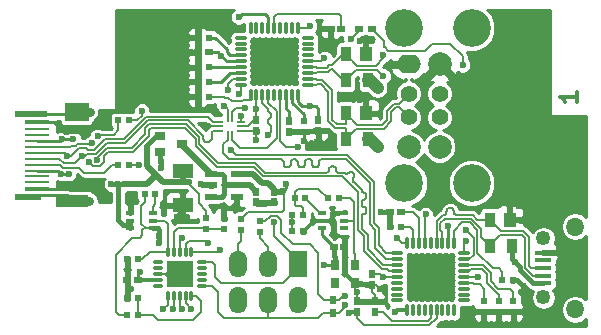
<source format=gtl>
G04 #@! TF.FileFunction,Copper,L1,Top,Signal*
%FSLAX46Y46*%
G04 Gerber Fmt 4.6, Leading zero omitted, Abs format (unit mm)*
G04 Created by KiCad (PCBNEW (2016-06-03 BZR 6882, Git b4ad18a)-product) date Fri Jun  3 13:06:42 2016*
%MOMM*%
%LPD*%
G01*
G04 APERTURE LIST*
%ADD10C,0.100000*%
%ADD11C,0.300000*%
%ADD12O,1.050000X0.300000*%
%ADD13O,0.300000X1.050000*%
%ADD14R,4.000000X4.000000*%
%ADD15O,0.300000X1.000000*%
%ADD16O,1.000000X0.300000*%
%ADD17R,2.250000X2.250000*%
%ADD18R,2.000000X0.260000*%
%ADD19R,2.000000X0.410000*%
%ADD20R,2.800000X0.575000*%
%ADD21R,2.300000X0.575000*%
%ADD22R,2.000000X1.500000*%
%ADD23R,2.800000X1.000000*%
%ADD24R,1.524000X2.286000*%
%ADD25O,1.524000X2.286000*%
%ADD26R,1.350000X0.400000*%
%ADD27O,1.550000X1.550000*%
%ADD28O,1.250000X1.250000*%
%ADD29C,1.400000*%
%ADD30C,2.000000*%
%ADD31O,2.000000X1.600000*%
%ADD32C,3.200000*%
%ADD33R,1.100000X1.300000*%
%ADD34R,0.900000X1.300000*%
%ADD35R,0.650000X0.850000*%
%ADD36R,0.600000X0.600000*%
%ADD37R,0.600000X0.650000*%
%ADD38R,0.650000X0.600000*%
%ADD39R,1.800000X1.200000*%
%ADD40R,1.100000X0.600000*%
%ADD41R,0.750000X0.400000*%
%ADD42R,0.850000X0.650000*%
%ADD43R,0.500000X0.700000*%
%ADD44R,0.700000X0.500000*%
%ADD45R,0.200000X0.800000*%
%ADD46R,0.800000X0.200000*%
%ADD47C,0.600000*%
%ADD48C,0.160000*%
%ADD49C,0.500000*%
%ADD50C,0.400000*%
%ADD51C,0.250000*%
%ADD52C,0.600000*%
%ADD53C,0.260000*%
%ADD54C,0.200000*%
%ADD55C,0.800000*%
%ADD56C,1.000000*%
G04 APERTURE END LIST*
D10*
D11*
X69678571Y-11571428D02*
X69678571Y-12428571D01*
X69678571Y-12000000D02*
X68178571Y-12000000D01*
X68392857Y-12142857D01*
X68535714Y-12285714D01*
X68607142Y-12428571D01*
D12*
X46850000Y-11000000D03*
X46850000Y-10500000D03*
X46850000Y-10000000D03*
X46850000Y-9500000D03*
X46850000Y-9000000D03*
X46850000Y-8500000D03*
X46850000Y-8000000D03*
X46850000Y-7500000D03*
X46850000Y-7000000D03*
D13*
X46000000Y-6150000D03*
X45500000Y-6150000D03*
X45000000Y-6150000D03*
X44500000Y-6150000D03*
X44000000Y-6150000D03*
X43500000Y-6150000D03*
X43000000Y-6150000D03*
X42500000Y-6150000D03*
X42000000Y-6150000D03*
D12*
X41150000Y-7000000D03*
X41150000Y-7500000D03*
X41150000Y-8000000D03*
X41150000Y-8500000D03*
X41150000Y-9000000D03*
X41150000Y-9500000D03*
X41150000Y-10000000D03*
X41150000Y-10500000D03*
X41150000Y-11000000D03*
D13*
X42000000Y-11850000D03*
X42500000Y-11850000D03*
X43000000Y-11850000D03*
X43500000Y-11850000D03*
X44000000Y-11850000D03*
X44500000Y-11850000D03*
X45000000Y-11850000D03*
X45500000Y-11850000D03*
X46000000Y-11850000D03*
D14*
X44000000Y-9000000D03*
D12*
X54400000Y-25250000D03*
X54400000Y-25750000D03*
X54400000Y-26250000D03*
X54400000Y-26750000D03*
X54400000Y-27250000D03*
X54400000Y-27750000D03*
X54400000Y-28250000D03*
X54400000Y-28750000D03*
X54400000Y-29250000D03*
D13*
X55250000Y-30100000D03*
X55750000Y-30100000D03*
X56250000Y-30100000D03*
X56750000Y-30100000D03*
X57250000Y-30100000D03*
X57750000Y-30100000D03*
X58250000Y-30100000D03*
X58750000Y-30100000D03*
X59250000Y-30100000D03*
D12*
X60100000Y-29250000D03*
X60100000Y-28750000D03*
X60100000Y-28250000D03*
X60100000Y-27750000D03*
X60100000Y-27250000D03*
X60100000Y-26750000D03*
X60100000Y-26250000D03*
X60100000Y-25750000D03*
X60100000Y-25250000D03*
D13*
X59250000Y-24400000D03*
X58750000Y-24400000D03*
X58250000Y-24400000D03*
X57750000Y-24400000D03*
X57250000Y-24400000D03*
X56750000Y-24400000D03*
X56250000Y-24400000D03*
X55750000Y-24400000D03*
X55250000Y-24400000D03*
D14*
X57250000Y-27250000D03*
D15*
X37000000Y-25150000D03*
X36500000Y-25150000D03*
X36000000Y-25150000D03*
X35500000Y-25150000D03*
X35000000Y-25150000D03*
D16*
X34150000Y-26000000D03*
X34150000Y-26500000D03*
X34150000Y-27000000D03*
X34150000Y-27500000D03*
X34150000Y-28000000D03*
D15*
X35000000Y-28850000D03*
X35500000Y-28850000D03*
X36000000Y-28850000D03*
X36500000Y-28850000D03*
X37000000Y-28850000D03*
D16*
X37850000Y-28000000D03*
X37850000Y-27500000D03*
X37850000Y-27000000D03*
X37850000Y-26500000D03*
X37850000Y-26000000D03*
D17*
X36000000Y-27000000D03*
D18*
X23950000Y-14750000D03*
X23950000Y-15250000D03*
X23950000Y-15750000D03*
X23950000Y-16250000D03*
X23950000Y-16750000D03*
X23950000Y-17250000D03*
X23950000Y-17750000D03*
X23950000Y-18250000D03*
X23950000Y-18750000D03*
X23950000Y-19250000D03*
D19*
X23950000Y-14175000D03*
X23950000Y-19825000D03*
D20*
X23400000Y-13487500D03*
D21*
X23150000Y-20512500D03*
D22*
X27300000Y-13325000D03*
D23*
X26900000Y-20825000D03*
D24*
X46040000Y-26206000D03*
D25*
X43500000Y-26206000D03*
X40960000Y-26206000D03*
X46040000Y-29254000D03*
X43500000Y-29254000D03*
X40960000Y-29254000D03*
D26*
X66800000Y-27800000D03*
X66800000Y-27150000D03*
X66800000Y-26500000D03*
X66800000Y-25850000D03*
X66800000Y-25200000D03*
D27*
X69500000Y-30000000D03*
X69500000Y-23000000D03*
D28*
X66800000Y-29000000D03*
X66800000Y-24000000D03*
D29*
X55380000Y-11750000D03*
X55380000Y-13750000D03*
X58000000Y-13750000D03*
X58000000Y-11750000D03*
D30*
X55380000Y-16250000D03*
X58000000Y-16250000D03*
X58000000Y-9250000D03*
D31*
X55380000Y-9250000D03*
D32*
X55030000Y-19320000D03*
X60710000Y-19320000D03*
X60710000Y-6180000D03*
X55030000Y-6180000D03*
D33*
X63950000Y-22400000D03*
D34*
X62250000Y-22400000D03*
X62250000Y-24600000D03*
X64150000Y-24600000D03*
D33*
X51750000Y-8400000D03*
D34*
X50050000Y-8400000D03*
X50050000Y-10600000D03*
X51950000Y-10600000D03*
D33*
X51750000Y-13400000D03*
D34*
X50050000Y-13400000D03*
X50050000Y-15600000D03*
X51950000Y-15600000D03*
D35*
X49175000Y-27775000D03*
X50825000Y-27775000D03*
X50825000Y-26225000D03*
X49175000Y-26225000D03*
D36*
X46450000Y-22000000D03*
X45550000Y-22000000D03*
X53800000Y-23000000D03*
X54700000Y-23000000D03*
X61750000Y-29300000D03*
X61750000Y-30200000D03*
X63300000Y-27500000D03*
X64200000Y-27500000D03*
X31700000Y-17750000D03*
X30800000Y-17750000D03*
X38450000Y-12000000D03*
X37550000Y-12000000D03*
X33950000Y-20250000D03*
X33050000Y-20250000D03*
X45550000Y-23400000D03*
X46450000Y-23400000D03*
X46500000Y-14950000D03*
X46500000Y-14050000D03*
X64250000Y-29300000D03*
X64250000Y-30200000D03*
X63000000Y-29300000D03*
X63000000Y-30200000D03*
X38450000Y-10750000D03*
X37550000Y-10750000D03*
X38450000Y-9500000D03*
X37550000Y-9500000D03*
X31700000Y-14000000D03*
X30800000Y-14000000D03*
X38450000Y-7000000D03*
X37550000Y-7000000D03*
X46650000Y-20600000D03*
X45750000Y-20600000D03*
D37*
X45250000Y-14950000D03*
X45250000Y-14050000D03*
D38*
X53800000Y-21750000D03*
X54700000Y-21750000D03*
X48800000Y-6250000D03*
X49700000Y-6250000D03*
D37*
X52500000Y-29300000D03*
X52500000Y-30200000D03*
X47750000Y-14900000D03*
X47750000Y-14000000D03*
D38*
X37550000Y-8250000D03*
X38450000Y-8250000D03*
X49950000Y-24750000D03*
X49050000Y-24750000D03*
D37*
X52250000Y-27900000D03*
X52250000Y-27000000D03*
X51000000Y-29300000D03*
X51000000Y-30200000D03*
X42500000Y-14900000D03*
X42500000Y-14000000D03*
D39*
X36250000Y-18300000D03*
X36250000Y-21200000D03*
D40*
X38650000Y-18550000D03*
X38650000Y-20450000D03*
X38650000Y-19500000D03*
X40850000Y-20450000D03*
X40850000Y-18550000D03*
D37*
X42500000Y-20950000D03*
X42500000Y-20050000D03*
X44000000Y-20950000D03*
X44000000Y-20050000D03*
D41*
X33700000Y-22500000D03*
X31800000Y-21850000D03*
X31800000Y-23150000D03*
X31800000Y-22500000D03*
X33700000Y-23150000D03*
X33700000Y-21850000D03*
D42*
X34300000Y-15350000D03*
X34300000Y-16650000D03*
X36200000Y-16000000D03*
D38*
X31550000Y-27500000D03*
X32450000Y-27500000D03*
D36*
X39750000Y-22300000D03*
X39750000Y-23200000D03*
X32450000Y-30500000D03*
X31550000Y-30500000D03*
X31550000Y-29050000D03*
X32450000Y-29050000D03*
X38250000Y-23200000D03*
X38250000Y-22300000D03*
D43*
X49000000Y-30350000D03*
X49000000Y-29250000D03*
D44*
X52300000Y-6250000D03*
X51200000Y-6250000D03*
D36*
X42800000Y-23450000D03*
X42800000Y-22550000D03*
X41200000Y-23250000D03*
X41200000Y-22350000D03*
X31550000Y-25750000D03*
X32450000Y-25750000D03*
D41*
X49950000Y-23150000D03*
X49950000Y-21850000D03*
X49950000Y-22500000D03*
X48050000Y-21850000D03*
X48050000Y-23150000D03*
D45*
X40450000Y-13800000D03*
X40050000Y-13800000D03*
X40050000Y-15200000D03*
X40450000Y-15200000D03*
D46*
X39350000Y-14100000D03*
X39350000Y-14500000D03*
X39350000Y-14900000D03*
X41150000Y-14500000D03*
X41150000Y-14100000D03*
X41150000Y-14900000D03*
D36*
X49450000Y-20600000D03*
X48550000Y-20600000D03*
D47*
X26500000Y-17000000D03*
X27750000Y-17000000D03*
X29047726Y-15339915D03*
X49000000Y-22000000D03*
X43250000Y-21000000D03*
X39800000Y-21400000D03*
X47622954Y-15877046D03*
X48500000Y-7250000D03*
X52250000Y-7250000D03*
X51250000Y-7250000D03*
X51750000Y-7250000D03*
X51250000Y-12250000D03*
X51750000Y-12250000D03*
X65000000Y-22500000D03*
X64750000Y-21250000D03*
X64000000Y-21250000D03*
X46537403Y-15712597D03*
X38434434Y-14500000D03*
X37000000Y-10750000D03*
X37000000Y-8250000D03*
X31860010Y-28300000D03*
X36600000Y-22200000D03*
X35800000Y-22200000D03*
X32000000Y-20800000D03*
X37800000Y-19400000D03*
X27200000Y-19400000D03*
X26600000Y-19400000D03*
X26000000Y-19400000D03*
X27364275Y-14929743D03*
X26421573Y-14967640D03*
X53050011Y-21800000D03*
X65200000Y-30200000D03*
X60800000Y-30200000D03*
X65124616Y-28071687D03*
X68200000Y-24400000D03*
X68000000Y-25200000D03*
X42500000Y-15687270D03*
X51000000Y-28500000D03*
X53000000Y-28250000D03*
X28370000Y-13330000D03*
X27300000Y-13325000D03*
X28340000Y-20820000D03*
X26900000Y-20825000D03*
X28538062Y-15936449D03*
X28280878Y-17543848D03*
X29015439Y-17348859D03*
X45000010Y-19400000D03*
X54400000Y-24000000D03*
X54250000Y-30250000D03*
X61250000Y-27250000D03*
X58722142Y-22980901D03*
X32600000Y-26800000D03*
X50300000Y-30300000D03*
X48250000Y-26250000D03*
X44750000Y-20000000D03*
X39476760Y-8511620D03*
X41000000Y-5250000D03*
X48250000Y-8750000D03*
X47000000Y-6000000D03*
X47000000Y-12750000D03*
X53250000Y-27250029D03*
X42500000Y-13000000D03*
X36800000Y-19200000D03*
X35600000Y-19200000D03*
X36200000Y-19200000D03*
X30200000Y-19400000D03*
X31400000Y-19400000D03*
X30800000Y-19400000D03*
X26600000Y-18540000D03*
X25968976Y-18523805D03*
X26994508Y-15593727D03*
X26000000Y-15600000D03*
X52750000Y-11250000D03*
X52750000Y-16250000D03*
X34284415Y-24365615D03*
X34250030Y-23800000D03*
X34402046Y-17997954D03*
X34402360Y-17402360D03*
X64400000Y-26000000D03*
X53250000Y-8500000D03*
X53250000Y-10250008D03*
X43500000Y-15250000D03*
X41537459Y-12987146D03*
X40316833Y-16471944D03*
X39750000Y-12750000D03*
X41165868Y-13650100D03*
X44000000Y-22600000D03*
X38400000Y-24400000D03*
X40089262Y-11446421D03*
X60250000Y-23289997D03*
X34600000Y-30000000D03*
X32800000Y-13200000D03*
X35400000Y-30000000D03*
X32530010Y-17800000D03*
X59968169Y-9331831D03*
X50000000Y-28840007D03*
X50000000Y-29600000D03*
X50500000Y-7100000D03*
X39400000Y-25000000D03*
X36200000Y-30000000D03*
X36200000Y-24000000D03*
X60250000Y-24250000D03*
X36960003Y-30000000D03*
X41000000Y-11750000D03*
X45500000Y-22600000D03*
X56822434Y-21963783D03*
X46000000Y-16250000D03*
D48*
X26802798Y-17000000D02*
X26500000Y-17000000D01*
X28109999Y-16359999D02*
X27442799Y-16359999D01*
X28773726Y-16500000D02*
X28250000Y-16500000D01*
X29683726Y-15589999D02*
X28773726Y-16500000D01*
X33164903Y-13679999D02*
X31254903Y-15589999D01*
X27442799Y-16359999D02*
X26802798Y-17000000D01*
X39350000Y-14100000D02*
X38797202Y-14100000D01*
X38797202Y-14100000D02*
X38377201Y-13679999D01*
X38377201Y-13679999D02*
X33164903Y-13679999D01*
X28250000Y-16500000D02*
X28109999Y-16359999D01*
X31254903Y-15589999D02*
X29683726Y-15589999D01*
X26250000Y-16750000D02*
X26500000Y-17000000D01*
X23950000Y-16750000D02*
X26250000Y-16750000D01*
X38697202Y-15000000D02*
X38697202Y-15600000D01*
X38180010Y-15800000D02*
X38497202Y-15800000D01*
X38497202Y-15800000D02*
X38697202Y-15600000D01*
X37980010Y-15600000D02*
X37980010Y-15301187D01*
X37980010Y-15600000D02*
X38180010Y-15800000D01*
X36678823Y-14000000D02*
X33297451Y-14000000D01*
X28179990Y-16820010D02*
X28000000Y-17000000D01*
X39350000Y-14900000D02*
X38797202Y-14900000D01*
X38797202Y-14900000D02*
X38697202Y-15000000D01*
X37980010Y-15301187D02*
X36678823Y-14000000D01*
X28906264Y-16820010D02*
X28179990Y-16820010D01*
X33297451Y-14000000D02*
X31387451Y-15910000D01*
X31387451Y-15910000D02*
X29816274Y-15910000D01*
X29816274Y-15910000D02*
X28906264Y-16820010D01*
X28000000Y-17000000D02*
X27750000Y-17000000D01*
X23950000Y-17250000D02*
X25802798Y-17250000D01*
X26192799Y-17640001D02*
X27109999Y-17640001D01*
X25802798Y-17250000D02*
X26192799Y-17640001D01*
X27109999Y-17640001D02*
X27750000Y-17000000D01*
X29561229Y-18438771D02*
X30250000Y-17750000D01*
X30250000Y-17750000D02*
X30800000Y-17750000D01*
X27500000Y-18000000D02*
X27938771Y-18438771D01*
X27938771Y-18438771D02*
X29561229Y-18438771D01*
X26100236Y-18000000D02*
X27500000Y-18000000D01*
X23950000Y-17750000D02*
X25850236Y-17750000D01*
X25850236Y-17750000D02*
X26100236Y-18000000D01*
X30400000Y-15200000D02*
X30800000Y-14800000D01*
X30800000Y-14800000D02*
X30800000Y-14000000D01*
X29187641Y-15200000D02*
X30400000Y-15200000D01*
X29047726Y-15339915D02*
X29187641Y-15200000D01*
D11*
X48800000Y-22500000D02*
X49000000Y-22300000D01*
X49000000Y-22300000D02*
X49000000Y-22000000D01*
X47400000Y-22500000D02*
X48800000Y-22500000D01*
X46500000Y-23400000D02*
X47400000Y-22500000D01*
X46450000Y-23400000D02*
X46500000Y-23400000D01*
D49*
X43250000Y-21000000D02*
X43950000Y-21000000D01*
X43950000Y-21000000D02*
X44000000Y-20950000D01*
D48*
X41150000Y-14900000D02*
X42500000Y-14900000D01*
D50*
X40850000Y-20450000D02*
X40850000Y-20900000D01*
X40850000Y-20900000D02*
X40350000Y-21400000D01*
X40350000Y-21400000D02*
X39800000Y-21400000D01*
D51*
X49150000Y-21850000D02*
X49000000Y-22000000D01*
X49950000Y-21850000D02*
X49150000Y-21850000D01*
D48*
X31550000Y-25750000D02*
X31550000Y-27500000D01*
D52*
X42550000Y-21000000D02*
X43250000Y-21000000D01*
X42500000Y-20950000D02*
X42550000Y-21000000D01*
D48*
X39750000Y-22300000D02*
X39750000Y-21450000D01*
X39750000Y-21450000D02*
X39800000Y-21400000D01*
X47750000Y-14900000D02*
X47750000Y-15750000D01*
X47750000Y-15750000D02*
X47622954Y-15877046D01*
X48800000Y-6250000D02*
X48800000Y-6950000D01*
X48800000Y-6950000D02*
X48500000Y-7250000D01*
X51750000Y-7250000D02*
X52250000Y-7250000D01*
X51750000Y-7250000D02*
X51250000Y-7250000D01*
X51750000Y-8400000D02*
X51750000Y-7250000D01*
X51750000Y-12250000D02*
X51250000Y-12250000D01*
X51750000Y-13400000D02*
X51750000Y-12250000D01*
X63950000Y-22400000D02*
X64900000Y-22400000D01*
X64900000Y-22400000D02*
X65000000Y-22500000D01*
X64000000Y-21250000D02*
X64750000Y-21250000D01*
X63950000Y-22400000D02*
X63950000Y-21300000D01*
X63950000Y-21300000D02*
X64000000Y-21250000D01*
D51*
X46500000Y-14950000D02*
X46500000Y-15675194D01*
X46500000Y-15675194D02*
X46537403Y-15712597D01*
D48*
X39350000Y-14500000D02*
X38434434Y-14500000D01*
D50*
X37550000Y-10750000D02*
X37000000Y-10750000D01*
X37550000Y-8250000D02*
X37000000Y-8250000D01*
D48*
X31550000Y-29050000D02*
X31550000Y-28610010D01*
X31550000Y-27500000D02*
X31550000Y-27989990D01*
X31550000Y-28610010D02*
X31860010Y-28300000D01*
X31550000Y-27989990D02*
X31860010Y-28300000D01*
D49*
X35800000Y-22200000D02*
X36600000Y-22200000D01*
X36250000Y-21750000D02*
X35800000Y-22200000D01*
X36250000Y-21200000D02*
X36250000Y-21750000D01*
D50*
X31800000Y-21850000D02*
X31800000Y-21000000D01*
X31800000Y-21000000D02*
X32000000Y-20800000D01*
D49*
X38650000Y-19500000D02*
X37900000Y-19500000D01*
X37900000Y-19500000D02*
X37800000Y-19400000D01*
D53*
X26600000Y-19400000D02*
X27200000Y-19400000D01*
X26000000Y-19400000D02*
X26600000Y-19400000D01*
X23950000Y-19825000D02*
X25575000Y-19825000D01*
X25575000Y-19825000D02*
X26000000Y-19400000D01*
X26421573Y-14967640D02*
X27326378Y-14967640D01*
X27326378Y-14967640D02*
X27364275Y-14929743D01*
X25375000Y-14175000D02*
X26167640Y-14967640D01*
X26167640Y-14967640D02*
X26421573Y-14967640D01*
X23950000Y-14175000D02*
X25375000Y-14175000D01*
D50*
X53800000Y-21750000D02*
X53100011Y-21750000D01*
X53100011Y-21750000D02*
X53050011Y-21800000D01*
X53800000Y-23000000D02*
X53800000Y-21750000D01*
X64250000Y-30200000D02*
X65200000Y-30200000D01*
X64250000Y-30200000D02*
X63000000Y-30200000D01*
X61750000Y-30200000D02*
X63000000Y-30200000D01*
X61750000Y-30200000D02*
X60800000Y-30200000D01*
X64200000Y-27500000D02*
X64552929Y-27500000D01*
X64552929Y-27500000D02*
X65124616Y-28071687D01*
X68000000Y-25200000D02*
X68000000Y-24600000D01*
X68000000Y-24600000D02*
X68200000Y-24400000D01*
X66800000Y-25200000D02*
X68000000Y-25200000D01*
X37550000Y-10750000D02*
X37550000Y-12000000D01*
X37550000Y-9500000D02*
X37550000Y-10750000D01*
X37550000Y-8250000D02*
X37550000Y-9500000D01*
X37550000Y-7000000D02*
X37550000Y-8250000D01*
D48*
X45250000Y-14950000D02*
X46500000Y-14950000D01*
X47750000Y-14900000D02*
X46550000Y-14900000D01*
X46550000Y-14900000D02*
X46500000Y-14950000D01*
X42500000Y-14900000D02*
X42500000Y-15687270D01*
D54*
X34150000Y-27000000D02*
X36000000Y-27000000D01*
D48*
X47700000Y-14950000D02*
X47750000Y-14900000D01*
D11*
X49950000Y-24750000D02*
X49950000Y-26900000D01*
X49950000Y-26900000D02*
X50825000Y-27775000D01*
D48*
X50825000Y-27775000D02*
X50825000Y-28325000D01*
X50825000Y-28325000D02*
X51000000Y-28500000D01*
X51000000Y-29300000D02*
X51000000Y-28500000D01*
X52500000Y-28750000D02*
X52250000Y-28500000D01*
X52250000Y-28500000D02*
X52250000Y-27900000D01*
X52500000Y-29300000D02*
X52500000Y-28750000D01*
X52250000Y-27900000D02*
X52650000Y-27900000D01*
X52650000Y-27900000D02*
X53000000Y-28250000D01*
D53*
X24150000Y-20350000D02*
X26425000Y-20350000D01*
X26425000Y-20350000D02*
X26900000Y-20825000D01*
X23150000Y-20512500D02*
X23987500Y-20512500D01*
X23987500Y-20512500D02*
X24150000Y-20350000D01*
D51*
X23400000Y-13487500D02*
X27137500Y-13487500D01*
X27137500Y-13487500D02*
X27300000Y-13325000D01*
D55*
X27300000Y-13325000D02*
X28365000Y-13325000D01*
X28365000Y-13325000D02*
X28370000Y-13330000D01*
X26900000Y-20825000D02*
X28335000Y-20825000D01*
X28335000Y-20825000D02*
X28340000Y-20820000D01*
D48*
X28280878Y-17543848D02*
X28625890Y-17888860D01*
X29615699Y-17547801D02*
X29615699Y-17015699D01*
X51589989Y-25066278D02*
X53133730Y-26610019D01*
X28625890Y-17888860D02*
X29274640Y-17888860D01*
X36433726Y-14660000D02*
X37340000Y-15566274D01*
X51589989Y-23816277D02*
X51589989Y-25066278D01*
X29274640Y-17888860D02*
X29615699Y-17547801D01*
X53133730Y-26610019D02*
X53585019Y-26610019D01*
X33410000Y-14816274D02*
X33566274Y-14660000D01*
X29615699Y-17015699D02*
X29971387Y-16660011D01*
X39800000Y-17920046D02*
X42250000Y-17920046D01*
X29971387Y-16660011D02*
X32066263Y-16660011D01*
X42250000Y-17920046D02*
X43079954Y-18750000D01*
X51089989Y-23316278D02*
X51589989Y-23816277D01*
X32066263Y-16660011D02*
X33410000Y-15316274D01*
X33566274Y-14660000D02*
X36433726Y-14660000D01*
X33410000Y-15316274D02*
X33410000Y-14816274D01*
X37340000Y-15566274D02*
X37340000Y-16132562D01*
X37340000Y-16132562D02*
X39127482Y-17920044D01*
X39127482Y-17920044D02*
X39800000Y-17920046D01*
X43079954Y-18750000D02*
X49773712Y-18750000D01*
X53725000Y-26750000D02*
X54400000Y-26750000D01*
X49773712Y-18750000D02*
X51089989Y-20066277D01*
X53585019Y-26610019D02*
X53725000Y-26750000D01*
X51089989Y-20066277D02*
X51089989Y-23316278D01*
X26866282Y-16133718D02*
X27216532Y-16133718D01*
X27216532Y-16133718D02*
X27310251Y-16039999D01*
X27310251Y-16039999D02*
X28434512Y-16039999D01*
X28434512Y-16039999D02*
X28538062Y-15936449D01*
X23950000Y-16250000D02*
X26750000Y-16250000D01*
X26750000Y-16250000D02*
X26866282Y-16133718D01*
X54400000Y-26250000D02*
X53226274Y-26250000D01*
X50681039Y-18902398D02*
X50757830Y-18806108D01*
X51755613Y-20572667D02*
X51760000Y-20533726D01*
X50798251Y-18629009D02*
X50784548Y-18568972D01*
X51448180Y-21974615D02*
X51475890Y-21946905D01*
X51410000Y-19933726D02*
X50719434Y-19243161D01*
X50398798Y-18364875D02*
X50343317Y-18391595D01*
X53226274Y-26250000D02*
X51910000Y-24933726D01*
X51910000Y-24933726D02*
X51910000Y-23683726D01*
X51546059Y-20713113D02*
X51623942Y-20704338D01*
X49223935Y-18100749D02*
X49204017Y-18043826D01*
X51509071Y-21291395D02*
X51475890Y-21270546D01*
X51410000Y-23183726D02*
X51410000Y-22083726D01*
X51414388Y-20844784D02*
X51427331Y-20807796D01*
X48571932Y-18328591D02*
X48529289Y-18371234D01*
X49500000Y-18429990D02*
X49440072Y-18423237D01*
X51910000Y-23683726D02*
X51410000Y-23183726D01*
X51694111Y-21346905D02*
X51660930Y-21326056D01*
X50580452Y-18364875D02*
X50520415Y-18351172D01*
X51410000Y-22083726D02*
X51414388Y-22044784D01*
X51414388Y-22044784D02*
X51427331Y-22007796D01*
X50009891Y-18495103D02*
X49954408Y-18468383D01*
X51427331Y-22007796D02*
X51448180Y-21974615D01*
X48900000Y-17891365D02*
X48840072Y-17898117D01*
X51660930Y-21891395D02*
X51694111Y-21870546D01*
X51475890Y-21946905D02*
X51509071Y-21926056D01*
X33410000Y-14340000D02*
X33090000Y-14660000D01*
X51660930Y-20691395D02*
X51694111Y-20670546D01*
X51721821Y-21842836D02*
X51742670Y-21809655D01*
X31933726Y-16340000D02*
X29838836Y-16340000D01*
X49257358Y-18277528D02*
X49237440Y-18220605D01*
X50247026Y-18468383D02*
X50191545Y-18495103D01*
X51509071Y-21926056D02*
X51546059Y-21913113D01*
X51546059Y-21913113D02*
X51623942Y-21904338D01*
X50757830Y-18513490D02*
X50719435Y-18465345D01*
X51755613Y-21444784D02*
X51742670Y-21407796D01*
X48421303Y-18423237D02*
X48361376Y-18429990D01*
X51721821Y-20174615D02*
X51694111Y-20146905D01*
X49289443Y-18328591D02*
X49257358Y-18277528D01*
X51623942Y-21904338D02*
X51660930Y-21891395D01*
X48361376Y-18429990D02*
X43212506Y-18429990D01*
X51721821Y-20642836D02*
X51742670Y-20609655D01*
X50520415Y-18351172D02*
X50458835Y-18351172D01*
X50757830Y-18806108D02*
X50784548Y-18750626D01*
X51694111Y-21870546D02*
X51721821Y-21842836D01*
X51742670Y-21809655D02*
X51755613Y-21772667D01*
X48529289Y-18371234D02*
X48478226Y-18403319D01*
X51509071Y-20726056D02*
X51546059Y-20713113D01*
X51760000Y-21483726D02*
X51755613Y-21444784D01*
X49906264Y-18429990D02*
X49500000Y-18429990D01*
X33090000Y-14660000D02*
X33090000Y-15183726D01*
X51410000Y-21133726D02*
X51410000Y-20883726D01*
X51755613Y-21772667D02*
X51760000Y-21733726D01*
X51410000Y-20883726D02*
X51414388Y-20844784D01*
X51427331Y-21209655D02*
X51414388Y-21172667D01*
X51760000Y-21733726D02*
X51760000Y-21483726D01*
X42382553Y-17600037D02*
X42000000Y-17600035D01*
X50295172Y-18429990D02*
X50247026Y-18468383D01*
X51742670Y-21407796D02*
X51721821Y-21374615D01*
X51760000Y-20283726D02*
X51755613Y-20244784D01*
X49078226Y-17918035D02*
X49021303Y-17898117D01*
X49237440Y-18220605D02*
X49223935Y-18100749D01*
X51721821Y-21374615D02*
X51694111Y-21346905D01*
X42000000Y-17600035D02*
X39260035Y-17600035D01*
X51660930Y-21326056D02*
X51623942Y-21313113D01*
X51414388Y-21172667D02*
X51410000Y-21133726D01*
X51448180Y-20042836D02*
X51427331Y-20009655D01*
X51623942Y-21313113D02*
X51546059Y-21304338D01*
X51546059Y-21304338D02*
X51509071Y-21291395D01*
X51475890Y-21270546D02*
X51448180Y-21242836D01*
X51475890Y-20070546D02*
X51448180Y-20042836D01*
X51448180Y-21242836D02*
X51427331Y-21209655D01*
X51427331Y-20807796D02*
X51448180Y-20774615D01*
X51448180Y-20774615D02*
X51475890Y-20746905D01*
X51475890Y-20746905D02*
X51509071Y-20726056D01*
X51623942Y-20704338D02*
X51660930Y-20691395D01*
X50654321Y-19139535D02*
X50640618Y-19079498D01*
X51694111Y-20670546D02*
X51721821Y-20642836D01*
X51742670Y-20609655D02*
X51755613Y-20572667D01*
X51660930Y-20126056D02*
X51623942Y-20113113D01*
X51760000Y-20533726D02*
X51760000Y-20283726D01*
X51414388Y-19972667D02*
X51410000Y-19933726D01*
X48689443Y-17992763D02*
X48657358Y-18043826D01*
X29838836Y-16340000D02*
X29015439Y-17163397D01*
X49332086Y-18371234D02*
X49289443Y-18328591D01*
X51755613Y-20244784D02*
X51742670Y-20207796D01*
X33090000Y-15183726D02*
X31933726Y-16340000D01*
X37660000Y-16000000D02*
X37660000Y-15433726D01*
X51742670Y-20207796D02*
X51721821Y-20174615D01*
X51694111Y-20146905D02*
X51660930Y-20126056D01*
X51623942Y-20113113D02*
X51546059Y-20104338D01*
X50719434Y-19243161D02*
X50681039Y-19195016D01*
X51546059Y-20104338D02*
X51509071Y-20091395D01*
X51509071Y-20091395D02*
X51475890Y-20070546D01*
X51427331Y-20009655D02*
X51414388Y-19972667D01*
X50681039Y-19195016D02*
X50654321Y-19139535D01*
X50684080Y-18429990D02*
X50635935Y-18391595D01*
X50640618Y-19079498D02*
X50640618Y-19017918D01*
X50640618Y-19017918D02*
X50654321Y-18957881D01*
X48623935Y-18220605D02*
X48604017Y-18277528D01*
X50719435Y-18465345D02*
X50684080Y-18429990D01*
X50654321Y-18957881D02*
X50681039Y-18902398D01*
X43212506Y-18429990D02*
X42382553Y-17600037D01*
X50784548Y-18750626D02*
X50798251Y-18690589D01*
X50131508Y-18508806D02*
X50069928Y-18508806D01*
X50798251Y-18690589D02*
X50798251Y-18629009D01*
X50784548Y-18568972D02*
X50757830Y-18513490D01*
X50635935Y-18391595D02*
X50580452Y-18364875D01*
X50458835Y-18351172D02*
X50398798Y-18364875D01*
X50343317Y-18391595D02*
X50295172Y-18429990D01*
X50191545Y-18495103D02*
X50131508Y-18508806D01*
X50069928Y-18508806D02*
X50009891Y-18495103D01*
X49954408Y-18468383D02*
X49906264Y-18429990D01*
X49440072Y-18423237D02*
X49383149Y-18403319D01*
X49383149Y-18403319D02*
X49332086Y-18371234D01*
X49204017Y-18043826D02*
X49171932Y-17992763D01*
X49171932Y-17992763D02*
X49129289Y-17950120D01*
X49129289Y-17950120D02*
X49078226Y-17918035D01*
X49021303Y-17898117D02*
X48961376Y-17891365D01*
X48961376Y-17891365D02*
X48900000Y-17891365D01*
X48840072Y-17898117D02*
X48783149Y-17918035D01*
X48637440Y-18100749D02*
X48623935Y-18220605D01*
X48783149Y-17918035D02*
X48732086Y-17950120D01*
X48732086Y-17950120D02*
X48689443Y-17992763D01*
X48657358Y-18043826D02*
X48637440Y-18100749D01*
X48604017Y-18277528D02*
X48571932Y-18328591D01*
X48478226Y-18403319D02*
X48421303Y-18423237D01*
X39260035Y-17600035D02*
X37660000Y-16000000D01*
X37660000Y-15433726D02*
X36566274Y-14340000D01*
X36566274Y-14340000D02*
X33410000Y-14340000D01*
X29015439Y-17163397D02*
X29015439Y-17348859D01*
D51*
X45000010Y-19749990D02*
X45000010Y-19400000D01*
X44750000Y-20000000D02*
X45000010Y-19749990D01*
D48*
X41200000Y-22350000D02*
X41750000Y-21800000D01*
X41750000Y-21800000D02*
X43547452Y-21800000D01*
X43547452Y-21800000D02*
X43607443Y-21740009D01*
X43607443Y-21740009D02*
X44659991Y-21740009D01*
X44659991Y-21740009D02*
X44800000Y-21600000D01*
X44800000Y-21600000D02*
X44800000Y-20050000D01*
X44800000Y-20050000D02*
X44750000Y-20000000D01*
X42500000Y-14000000D02*
X42250000Y-14000000D01*
X42250000Y-14000000D02*
X41750000Y-14500000D01*
X41750000Y-14500000D02*
X41150000Y-14500000D01*
D51*
X48050000Y-23150000D02*
X48050000Y-23750000D01*
X48050000Y-23750000D02*
X49050000Y-24750000D01*
D48*
X54800000Y-24400000D02*
X54400000Y-24000000D01*
X55250000Y-24400000D02*
X54800000Y-24400000D01*
D11*
X55250000Y-30100000D02*
X54400000Y-30100000D01*
X54400000Y-30100000D02*
X54250000Y-30250000D01*
D48*
X60100000Y-27250000D02*
X61250000Y-27250000D01*
D51*
X58750000Y-24400000D02*
X58750000Y-23008759D01*
X58750000Y-23008759D02*
X58722142Y-22980901D01*
X32450000Y-26950000D02*
X32600000Y-26800000D01*
X32450000Y-27500000D02*
X32450000Y-26950000D01*
D11*
X51000000Y-30200000D02*
X50400000Y-30200000D01*
X50400000Y-30200000D02*
X50300000Y-30300000D01*
D51*
X49175000Y-26225000D02*
X48275000Y-26225000D01*
X48275000Y-26225000D02*
X48250000Y-26250000D01*
D49*
X44000000Y-20050000D02*
X44700000Y-20050000D01*
X44700000Y-20050000D02*
X44750000Y-20000000D01*
D51*
X38450000Y-8250000D02*
X39215140Y-8250000D01*
X39215140Y-8250000D02*
X39476760Y-8511620D01*
X41150000Y-9000000D02*
X39965140Y-9000000D01*
X39965140Y-9000000D02*
X39476760Y-8511620D01*
D49*
X43514999Y-19314999D02*
X44000000Y-19800000D01*
X44000000Y-19800000D02*
X44000000Y-20050000D01*
X40850000Y-18550000D02*
X42186976Y-18550000D01*
X42951975Y-19314999D02*
X43514999Y-19314999D01*
X42186976Y-18550000D02*
X42951975Y-19314999D01*
D50*
X49175000Y-25575000D02*
X49050000Y-25450000D01*
X49050000Y-25450000D02*
X49050000Y-24750000D01*
X49175000Y-26225000D02*
X49175000Y-25575000D01*
D48*
X42500000Y-13000000D02*
X42500000Y-14000000D01*
D51*
X43250000Y-5000000D02*
X41250000Y-5000000D01*
X41250000Y-5000000D02*
X41000000Y-5250000D01*
X43500000Y-5250000D02*
X43250000Y-5000000D01*
X43500000Y-6150000D02*
X43500000Y-5250000D01*
D48*
X46850000Y-9000000D02*
X48000000Y-9000000D01*
X48000000Y-9000000D02*
X48250000Y-8750000D01*
X46000000Y-6150000D02*
X46850000Y-6150000D01*
X46850000Y-6150000D02*
X47000000Y-6000000D01*
D51*
X47750000Y-13000000D02*
X47500000Y-12750000D01*
X47500000Y-12750000D02*
X47000000Y-12750000D01*
X47750000Y-14000000D02*
X47750000Y-13000000D01*
X46000000Y-12420160D02*
X46329840Y-12750000D01*
X46329840Y-12750000D02*
X47000000Y-12750000D01*
X46000000Y-11850000D02*
X46000000Y-12420160D01*
D48*
X52999971Y-27000000D02*
X53250000Y-27250029D01*
X52250000Y-27000000D02*
X52999971Y-27000000D01*
X54400000Y-27250000D02*
X53250029Y-27250000D01*
X53250029Y-27250000D02*
X53250000Y-27250029D01*
X42500000Y-11850000D02*
X42500000Y-13000000D01*
X51570010Y-31320010D02*
X51000000Y-30750000D01*
X51000000Y-30750000D02*
X51000000Y-30200000D01*
X57132552Y-31320010D02*
X51570010Y-31320010D01*
X57750000Y-30100000D02*
X57750000Y-30702562D01*
X57750000Y-30702562D02*
X57132552Y-31320010D01*
D11*
X34150000Y-27500000D02*
X32450000Y-27500000D01*
D50*
X33240011Y-16108531D02*
X33998542Y-15350000D01*
X33998542Y-15350000D02*
X34300000Y-15350000D01*
X33240011Y-16179241D02*
X33240011Y-16108531D01*
D48*
X37600000Y-21000000D02*
X38250000Y-21650000D01*
X38250000Y-21650000D02*
X38250000Y-22300000D01*
X37600000Y-20200000D02*
X37600000Y-21000000D01*
X36800000Y-19400000D02*
X37600000Y-20200000D01*
X36800000Y-19200000D02*
X36800000Y-19400000D01*
D49*
X35600000Y-19200000D02*
X34600000Y-19200000D01*
X34600000Y-19200000D02*
X34000000Y-18600000D01*
X36200000Y-19200000D02*
X36800000Y-19200000D01*
X36200000Y-19200000D02*
X35600000Y-19200000D01*
X36250000Y-18300000D02*
X36250000Y-19150000D01*
X36250000Y-19150000D02*
X36200000Y-19200000D01*
X34000000Y-18600000D02*
X33240011Y-17840011D01*
X34000000Y-18600000D02*
X33200000Y-19400000D01*
X33200000Y-19400000D02*
X31400000Y-19400000D01*
X33240011Y-17840011D02*
X33240011Y-16179241D01*
D50*
X30800000Y-19400000D02*
X30200000Y-19400000D01*
X30800000Y-19400000D02*
X31400000Y-19400000D01*
X30800000Y-22400000D02*
X30800000Y-19400000D01*
X31225000Y-22825000D02*
X30800000Y-22400000D01*
X31800000Y-22825000D02*
X31225000Y-22825000D01*
D53*
X25968976Y-18523805D02*
X26583805Y-18523805D01*
X26583805Y-18523805D02*
X26600000Y-18540000D01*
X23950000Y-18250000D02*
X25695171Y-18250000D01*
X25695171Y-18250000D02*
X25968976Y-18523805D01*
X26000000Y-15600000D02*
X26988235Y-15600000D01*
X26988235Y-15600000D02*
X26994508Y-15593727D01*
X25280383Y-15750000D02*
X25850000Y-15750000D01*
X25850000Y-15750000D02*
X26000000Y-15600000D01*
D50*
X31800000Y-22825000D02*
X31800000Y-23150000D01*
X31800000Y-22500000D02*
X31800000Y-22825000D01*
D56*
X51950000Y-10600000D02*
X52100000Y-10600000D01*
X52100000Y-10600000D02*
X52750000Y-11250000D01*
X52100000Y-15600000D02*
X52750000Y-16250000D01*
X51950000Y-15600000D02*
X52100000Y-15600000D01*
D52*
X36500000Y-18550000D02*
X36250000Y-18300000D01*
D53*
X23950000Y-15750000D02*
X25280383Y-15750000D01*
D48*
X33700000Y-23150000D02*
X33000000Y-23150000D01*
X33000000Y-23150000D02*
X32850000Y-23300000D01*
X32850000Y-23300000D02*
X32850000Y-23750000D01*
X32850000Y-23750000D02*
X32600000Y-24000000D01*
X30900000Y-30500000D02*
X31550000Y-30500000D01*
X32600000Y-24000000D02*
X32000000Y-24000000D01*
X32000000Y-24000000D02*
X30600000Y-25400000D01*
X30600000Y-25400000D02*
X30600000Y-30200000D01*
X30600000Y-30200000D02*
X30900000Y-30500000D01*
D50*
X34150000Y-23150000D02*
X34250030Y-23250030D01*
X34250030Y-23250030D02*
X34250030Y-23800000D01*
X33700000Y-23150000D02*
X34150000Y-23150000D01*
X34284415Y-24365615D02*
X34284415Y-23834385D01*
X34284415Y-23834385D02*
X34250030Y-23800000D01*
X34402360Y-17402360D02*
X34402360Y-17997640D01*
X34402360Y-17997640D02*
X34402046Y-17997954D01*
X34300000Y-16650000D02*
X34300000Y-17300000D01*
X34300000Y-17300000D02*
X34402360Y-17402360D01*
D48*
X32750000Y-22750000D02*
X33150000Y-23150000D01*
X33150000Y-23150000D02*
X33700000Y-23150000D01*
X32750000Y-21250000D02*
X32750000Y-22750000D01*
X33050000Y-20950000D02*
X32750000Y-21250000D01*
X33050000Y-20250000D02*
X33050000Y-20950000D01*
D50*
X64150000Y-24600000D02*
X64150000Y-25750000D01*
X64150000Y-25750000D02*
X64400000Y-26000000D01*
X64800000Y-26672268D02*
X64800000Y-26400000D01*
X64800000Y-26400000D02*
X64400000Y-26000000D01*
X66800000Y-27800000D02*
X65927732Y-27800000D01*
X65927732Y-27800000D02*
X64800000Y-26672268D01*
D48*
X46000000Y-19800000D02*
X47750000Y-19800000D01*
X47750000Y-19800000D02*
X48550000Y-20600000D01*
X45750000Y-20050000D02*
X46000000Y-19800000D01*
X45750000Y-20600000D02*
X45750000Y-20050000D01*
X46300000Y-21250000D02*
X46450000Y-21400000D01*
X46450000Y-21400000D02*
X46450000Y-22000000D01*
X45850000Y-21250000D02*
X46300000Y-21250000D01*
X45750000Y-21150000D02*
X45850000Y-21250000D01*
X45750000Y-20600000D02*
X45750000Y-21150000D01*
X48050000Y-21850000D02*
X47900000Y-21850000D01*
X47900000Y-21850000D02*
X46650000Y-20600000D01*
D51*
X40250000Y-10000000D02*
X39500000Y-10750000D01*
X39500000Y-10750000D02*
X38450000Y-10750000D01*
X41150000Y-10000000D02*
X40250000Y-10000000D01*
X41150000Y-9500000D02*
X38450000Y-9500000D01*
D48*
X61390001Y-27890001D02*
X61750000Y-28250000D01*
X61750000Y-28250000D02*
X61750000Y-29300000D01*
X60942799Y-27890001D02*
X61390001Y-27890001D01*
X60100000Y-27750000D02*
X60802798Y-27750000D01*
X60802798Y-27750000D02*
X60942799Y-27890001D01*
X59250000Y-24400000D02*
X59250000Y-23342795D01*
X60557201Y-22649996D02*
X61210011Y-23302806D01*
X59250000Y-23342795D02*
X59942799Y-22649996D01*
X59942799Y-22649996D02*
X60557201Y-22649996D01*
X63000000Y-26500000D02*
X63300000Y-26800000D01*
X61210011Y-23302806D02*
X61210011Y-25210011D01*
X61210011Y-25210011D02*
X62500000Y-26500000D01*
X62500000Y-26500000D02*
X63000000Y-26500000D01*
X63300000Y-26800000D02*
X63300000Y-27500000D01*
X64000000Y-28250000D02*
X64250000Y-28500000D01*
X64250000Y-28500000D02*
X64250000Y-29300000D01*
X62952562Y-28250000D02*
X64000000Y-28250000D01*
X62320010Y-27617448D02*
X62952562Y-28250000D01*
X62320010Y-26920246D02*
X62320010Y-27617448D01*
X60100000Y-26250000D02*
X61649764Y-26250000D01*
X61649764Y-26250000D02*
X62320010Y-26920246D01*
X62000000Y-27750000D02*
X63000000Y-28750000D01*
X63000000Y-28750000D02*
X63000000Y-29300000D01*
X62000000Y-27052798D02*
X62000000Y-27750000D01*
X60100000Y-26750000D02*
X60526557Y-26750000D01*
X60526557Y-26750000D02*
X60666558Y-26609999D01*
X60666558Y-26609999D02*
X61557201Y-26609999D01*
X61557201Y-26609999D02*
X62000000Y-27052798D01*
X57250000Y-30100000D02*
X57250000Y-30750000D01*
X57250000Y-30750000D02*
X57000000Y-31000000D01*
X57000000Y-31000000D02*
X54000000Y-31000000D01*
X54000000Y-31000000D02*
X53200000Y-30200000D01*
X53200000Y-30200000D02*
X52500000Y-30200000D01*
X55750000Y-21750000D02*
X56250000Y-22250000D01*
X56250000Y-22250000D02*
X56250000Y-24400000D01*
X54700000Y-21750000D02*
X55750000Y-21750000D01*
X49500000Y-5000000D02*
X49700000Y-5200000D01*
X49700000Y-5200000D02*
X49700000Y-6250000D01*
X44250000Y-5000000D02*
X49500000Y-5000000D01*
X44000000Y-5250000D02*
X44250000Y-5000000D01*
X44000000Y-6150000D02*
X44000000Y-5250000D01*
D51*
X45250000Y-13250000D02*
X45000000Y-13000000D01*
X45000000Y-13000000D02*
X45000000Y-11850000D01*
X45250000Y-14050000D02*
X45250000Y-13250000D01*
D48*
X55500000Y-23000000D02*
X55750000Y-23250000D01*
X55750000Y-23250000D02*
X55750000Y-24400000D01*
X54700000Y-23000000D02*
X55500000Y-23000000D01*
X39836422Y-12086422D02*
X39750000Y-12000000D01*
X39750000Y-12000000D02*
X38450000Y-12000000D01*
X42000000Y-12250000D02*
X41447202Y-12250000D01*
X41447202Y-12250000D02*
X41307201Y-12390001D01*
X41307201Y-12390001D02*
X40390001Y-12390001D01*
X40086422Y-12086422D02*
X39836422Y-12086422D01*
X40390001Y-12390001D02*
X40086422Y-12086422D01*
X42000000Y-11850000D02*
X42000000Y-12250000D01*
D51*
X45500000Y-12500000D02*
X46500000Y-13500000D01*
X46500000Y-13500000D02*
X46500000Y-14050000D01*
X45500000Y-11850000D02*
X45500000Y-12500000D01*
X39000000Y-7000000D02*
X40000000Y-8000000D01*
X40000000Y-8000000D02*
X40000000Y-8250000D01*
X40000000Y-8250000D02*
X40250000Y-8500000D01*
X40250000Y-8500000D02*
X41150000Y-8500000D01*
X38450000Y-7000000D02*
X39000000Y-7000000D01*
D48*
X50050000Y-8400000D02*
X51039989Y-9389989D01*
X51039989Y-9389989D02*
X52610011Y-9389989D01*
X52610011Y-9389989D02*
X53250000Y-8750000D01*
X53250000Y-8750000D02*
X53250000Y-8500000D01*
X48683726Y-9340000D02*
X48433726Y-9590000D01*
X48433726Y-9590000D02*
X47615000Y-9590000D01*
X47615000Y-9590000D02*
X47525000Y-9500000D01*
X47525000Y-9500000D02*
X46850000Y-9500000D01*
X50050000Y-8400000D02*
X49850000Y-8400000D01*
X49850000Y-8400000D02*
X48910000Y-9340000D01*
X48910000Y-9340000D02*
X48683726Y-9340000D01*
X52709991Y-9709999D02*
X53250000Y-10250008D01*
X50940001Y-9709999D02*
X52709991Y-9709999D01*
X50050000Y-10600000D02*
X50940001Y-9709999D01*
X48816274Y-9660000D02*
X48566274Y-9910000D01*
X48566274Y-9910000D02*
X47615000Y-9910000D01*
X47615000Y-9910000D02*
X47525000Y-10000000D01*
X47525000Y-10000000D02*
X46850000Y-10000000D01*
X49850000Y-10600000D02*
X48910000Y-9660000D01*
X50050000Y-10600000D02*
X49850000Y-10600000D01*
X48910000Y-9660000D02*
X48816274Y-9660000D01*
X54183725Y-12590001D02*
X54539999Y-12590001D01*
X54539999Y-12590001D02*
X55380000Y-11750000D01*
X53590000Y-13183726D02*
X54183725Y-12590001D01*
X50050000Y-13400000D02*
X51039989Y-14389989D01*
X51039989Y-14389989D02*
X53157449Y-14389989D01*
X53157449Y-14389989D02*
X53590000Y-13957438D01*
X53590000Y-13957438D02*
X53590000Y-13183726D01*
X48910000Y-13933726D02*
X49316274Y-14340000D01*
X47525000Y-10500000D02*
X47615000Y-10590000D01*
X46850000Y-10500000D02*
X47525000Y-10500000D01*
X47615000Y-10590000D02*
X48066274Y-10590000D01*
X48066274Y-10590000D02*
X48910000Y-11433726D01*
X48910000Y-11433726D02*
X48910000Y-13933726D01*
X49316274Y-14340000D02*
X50050000Y-14340000D01*
X50050000Y-14340000D02*
X50050000Y-13400000D01*
X50050000Y-15600000D02*
X50050000Y-15550000D01*
X50050000Y-15550000D02*
X50890001Y-14709999D01*
X53290001Y-14709999D02*
X53910000Y-14090000D01*
X54316275Y-12909999D02*
X54539999Y-12909999D01*
X50890001Y-14709999D02*
X53290001Y-14709999D01*
X53910000Y-13316274D02*
X54316275Y-12909999D01*
X54539999Y-12909999D02*
X55380000Y-13750000D01*
X53910000Y-14090000D02*
X53910000Y-13316274D01*
X47525000Y-11000000D02*
X47615000Y-10910000D01*
X47933726Y-10910000D02*
X48590000Y-11566274D01*
X49183726Y-14660000D02*
X50050000Y-14660000D01*
X47615000Y-10910000D02*
X47933726Y-10910000D01*
X50050000Y-14660000D02*
X50050000Y-15600000D01*
X46850000Y-11000000D02*
X47525000Y-11000000D01*
X48590000Y-11566274D02*
X48590000Y-14066274D01*
X48590000Y-14066274D02*
X49183726Y-14660000D01*
X43000000Y-11850000D02*
X43000000Y-12552798D01*
X43750000Y-14500000D02*
X43750000Y-15000000D01*
X43000000Y-12552798D02*
X43500000Y-13052798D01*
X43500000Y-13052798D02*
X43500000Y-13250000D01*
X43750000Y-13500000D02*
X43750000Y-13750000D01*
X43500000Y-14250000D02*
X43750000Y-14500000D01*
X43500000Y-13250000D02*
X43750000Y-13500000D01*
X43750000Y-13750000D02*
X43500000Y-14000000D01*
X43500000Y-14000000D02*
X43500000Y-14250000D01*
X43750000Y-15000000D02*
X43500000Y-15250000D01*
X40450000Y-13800000D02*
X40450000Y-13300000D01*
X40762854Y-12987146D02*
X41537459Y-12987146D01*
X40450000Y-13300000D02*
X40762854Y-12987146D01*
X40316833Y-16471944D02*
X40804902Y-16960013D01*
X40804902Y-16960013D02*
X50186302Y-16960013D01*
X50186302Y-16960013D02*
X52410011Y-19183722D01*
X52410011Y-19183722D02*
X52410011Y-22683723D01*
X52410011Y-22683723D02*
X52843735Y-23117448D01*
X52843735Y-23117448D02*
X52843735Y-24593735D01*
X52843735Y-24593735D02*
X53500000Y-25250000D01*
X53500000Y-25250000D02*
X54400000Y-25250000D01*
X40050000Y-13800000D02*
X40050000Y-13050000D01*
X40050000Y-13050000D02*
X39750000Y-12750000D01*
X40050000Y-15200000D02*
X40050000Y-15626831D01*
X44807521Y-17747893D02*
X44829709Y-17811302D01*
X47687046Y-17915686D02*
X47734549Y-17868183D01*
X45569834Y-17309733D02*
X45633243Y-17287545D01*
X40050000Y-15626831D02*
X39676831Y-16000000D01*
X45887046Y-17345474D02*
X45934549Y-17392977D01*
X44630165Y-17309733D02*
X44687046Y-17345474D01*
X39676831Y-16000000D02*
X39676831Y-16779146D01*
X44792478Y-17513267D02*
X44800000Y-17580024D01*
X44687046Y-17345474D02*
X44734549Y-17392977D01*
X39676831Y-16779146D02*
X40177709Y-17280024D01*
X45166756Y-17973615D02*
X45230165Y-17951427D01*
X40177709Y-17280024D02*
X44500000Y-17280024D01*
X44500000Y-17280024D02*
X44566756Y-17287545D01*
X45429709Y-17449858D02*
X45465450Y-17392977D01*
X44566756Y-17287545D02*
X44630165Y-17309733D01*
X47800000Y-17580024D02*
X47807521Y-17513267D01*
X46169834Y-17951427D02*
X46233243Y-17973615D01*
X44734549Y-17392977D02*
X44770290Y-17449858D01*
X44770290Y-17449858D02*
X44792478Y-17513267D01*
X44800000Y-17580024D02*
X44800000Y-17681137D01*
X45512953Y-17345474D02*
X45569834Y-17309733D01*
X44829709Y-17811302D02*
X44865450Y-17868183D01*
X45100000Y-17981137D02*
X45166756Y-17973615D01*
X44800000Y-17681137D02*
X44807521Y-17747893D01*
X45287046Y-17915686D02*
X45334549Y-17868183D01*
X45465450Y-17392977D02*
X45512953Y-17345474D01*
X46665450Y-17392977D02*
X46712953Y-17345474D01*
X46366756Y-17973615D02*
X46430165Y-17951427D01*
X44865450Y-17868183D02*
X44912953Y-17915686D01*
X44912953Y-17915686D02*
X44969834Y-17951427D01*
X46900000Y-17280024D02*
X46966756Y-17287545D01*
X45370290Y-17811302D02*
X45392478Y-17747893D01*
X44969834Y-17951427D02*
X45033243Y-17973615D01*
X45033243Y-17973615D02*
X45100000Y-17981137D01*
X45230165Y-17951427D02*
X45287046Y-17915686D01*
X46029709Y-17811302D02*
X46065450Y-17868183D01*
X45334549Y-17868183D02*
X45370290Y-17811302D01*
X46430165Y-17951427D02*
X46487046Y-17915686D01*
X45392478Y-17747893D02*
X45400000Y-17681137D01*
X45400000Y-17681137D02*
X45400000Y-17580024D01*
X45400000Y-17580024D02*
X45407521Y-17513267D01*
X45407521Y-17513267D02*
X45429709Y-17449858D01*
X52090000Y-19316274D02*
X52090000Y-22816275D01*
X45633243Y-17287545D02*
X45700000Y-17280024D01*
X46769834Y-17309733D02*
X46833243Y-17287545D01*
X46007521Y-17747893D02*
X46029709Y-17811302D01*
X46629709Y-17449858D02*
X46665450Y-17392977D01*
X45700000Y-17280024D02*
X45766756Y-17287545D01*
X45766756Y-17287545D02*
X45830165Y-17309733D01*
X48100000Y-17280024D02*
X50053750Y-17280024D01*
X45830165Y-17309733D02*
X45887046Y-17345474D01*
X47912953Y-17345474D02*
X47969834Y-17309733D01*
X45934549Y-17392977D02*
X45970290Y-17449858D01*
X46534549Y-17868183D02*
X46570290Y-17811302D01*
X47566756Y-17973615D02*
X47630165Y-17951427D01*
X45970290Y-17449858D02*
X45992478Y-17513267D01*
X47030165Y-17309733D02*
X47087046Y-17345474D01*
X47229709Y-17811302D02*
X47265450Y-17868183D01*
X47734549Y-17868183D02*
X47770290Y-17811302D01*
X45992478Y-17513267D02*
X46000000Y-17580024D01*
X46065450Y-17868183D02*
X46112953Y-17915686D01*
X46000000Y-17580024D02*
X46000000Y-17681137D01*
X48033243Y-17287545D02*
X48100000Y-17280024D01*
X46487046Y-17915686D02*
X46534549Y-17868183D01*
X46000000Y-17681137D02*
X46007521Y-17747893D01*
X46112953Y-17915686D02*
X46169834Y-17951427D01*
X46233243Y-17973615D02*
X46300000Y-17981137D01*
X46300000Y-17981137D02*
X46366756Y-17973615D01*
X46600000Y-17681137D02*
X46600000Y-17580024D01*
X46570290Y-17811302D02*
X46592478Y-17747893D01*
X46592478Y-17747893D02*
X46600000Y-17681137D01*
X47792478Y-17747893D02*
X47800000Y-17681137D01*
X46600000Y-17580024D02*
X46607521Y-17513267D01*
X46607521Y-17513267D02*
X46629709Y-17449858D01*
X46712953Y-17345474D02*
X46769834Y-17309733D01*
X47630165Y-17951427D02*
X47687046Y-17915686D01*
X47969834Y-17309733D02*
X48033243Y-17287545D01*
X46833243Y-17287545D02*
X46900000Y-17280024D01*
X46966756Y-17287545D02*
X47030165Y-17309733D01*
X47087046Y-17345474D02*
X47134549Y-17392977D01*
X47134549Y-17392977D02*
X47170290Y-17449858D01*
X47170290Y-17449858D02*
X47192478Y-17513267D01*
X47192478Y-17513267D02*
X47200000Y-17580024D01*
X47200000Y-17580024D02*
X47200000Y-17681137D01*
X47200000Y-17681137D02*
X47207521Y-17747893D01*
X47207521Y-17747893D02*
X47229709Y-17811302D01*
X47265450Y-17868183D02*
X47312953Y-17915686D01*
X47312953Y-17915686D02*
X47369834Y-17951427D01*
X47369834Y-17951427D02*
X47433243Y-17973615D01*
X47433243Y-17973615D02*
X47500000Y-17981137D01*
X47500000Y-17981137D02*
X47566756Y-17973615D01*
X47770290Y-17811302D02*
X47792478Y-17747893D01*
X47800000Y-17681137D02*
X47800000Y-17580024D01*
X47807521Y-17513267D02*
X47829709Y-17449858D01*
X47829709Y-17449858D02*
X47865450Y-17392977D01*
X47865450Y-17392977D02*
X47912953Y-17345474D01*
X50053750Y-17280024D02*
X52090000Y-19316274D01*
X52090000Y-22816275D02*
X52523725Y-23250000D01*
X52523725Y-23250000D02*
X52523725Y-24773725D01*
X52523725Y-24773725D02*
X53500000Y-25750000D01*
X53500000Y-25750000D02*
X54400000Y-25750000D01*
X40450000Y-15700000D02*
X40450000Y-15200000D01*
X41077270Y-16327270D02*
X40450000Y-15700000D01*
X44210012Y-13210012D02*
X44210012Y-15487192D01*
X43369934Y-16327270D02*
X41077270Y-16327270D01*
X44210012Y-15487192D02*
X43369934Y-16327270D01*
X43500000Y-11850000D02*
X43500000Y-12500000D01*
X43500000Y-12500000D02*
X44210012Y-13210012D01*
X57762131Y-24387869D02*
X57762132Y-22541147D01*
X58706255Y-21451528D02*
X58763137Y-21415787D01*
X57750000Y-24400000D02*
X57762131Y-24387869D01*
X59127851Y-21499030D02*
X59163592Y-21555912D01*
X59258752Y-21897024D02*
X59306255Y-21944527D01*
X57762132Y-22541147D02*
X58293304Y-22009977D01*
X58293304Y-22009977D02*
X58360060Y-22002456D01*
X59163592Y-21555912D02*
X59185780Y-21619321D01*
X58763137Y-21415787D02*
X58826546Y-21393599D01*
X58360060Y-22002456D02*
X58423469Y-21980268D01*
X58527853Y-21897024D02*
X58563594Y-21840143D01*
X58585782Y-21776734D02*
X58593303Y-21709977D01*
X58423469Y-21980268D02*
X58480350Y-21944527D01*
X58480350Y-21944527D02*
X58527853Y-21897024D01*
X59023467Y-21415787D02*
X59080348Y-21451528D01*
X58826546Y-21393599D02*
X58893302Y-21386077D01*
X58563594Y-21840143D02*
X58585782Y-21776734D01*
X59493301Y-22009977D02*
X60822307Y-22009978D01*
X58623012Y-21555912D02*
X58658753Y-21499031D01*
X58658753Y-21499031D02*
X58706255Y-21451528D01*
X58600824Y-21619321D02*
X58623012Y-21555912D01*
X58593303Y-21709977D02*
X58593302Y-21686078D01*
X58593302Y-21686078D02*
X58600824Y-21619321D01*
X59200823Y-21776734D02*
X59223011Y-21840143D01*
X59193302Y-21709977D02*
X59200823Y-21776734D01*
X58893302Y-21386077D02*
X58960058Y-21393599D01*
X59306255Y-21944527D02*
X59363136Y-21980268D01*
X58960058Y-21393599D02*
X59023467Y-21415787D01*
X59080348Y-21451528D02*
X59127851Y-21499030D01*
X59185780Y-21619321D02*
X59193302Y-21686077D01*
X61212329Y-22400000D02*
X62250000Y-22400000D01*
X59363136Y-21980268D02*
X59426545Y-22002456D01*
X59193302Y-21686077D02*
X59193302Y-21709977D01*
X59223011Y-21840143D02*
X59258752Y-21897024D01*
X59426545Y-22002456D02*
X59493301Y-22009977D01*
X60822307Y-22009978D02*
X61212329Y-22400000D01*
X65092551Y-23389989D02*
X63239989Y-23389989D01*
X63239989Y-23389989D02*
X62250000Y-22400000D01*
X65570010Y-26320010D02*
X65570009Y-23867447D01*
X65570009Y-23867447D02*
X65092551Y-23389989D01*
X66800000Y-26500000D02*
X65750000Y-26500000D01*
X65750000Y-26500000D02*
X65570010Y-26320010D01*
X66800000Y-27150000D02*
X65900000Y-27150000D01*
X63090001Y-23709999D02*
X62250000Y-24550000D01*
X65900000Y-27150000D02*
X65250000Y-26500000D01*
X65250000Y-26500000D02*
X65250000Y-24000000D01*
X65250000Y-24000000D02*
X64959999Y-23709999D01*
X64959999Y-23709999D02*
X63090001Y-23709999D01*
X62250000Y-24550000D02*
X62250000Y-24600000D01*
X61530021Y-23170254D02*
X61530021Y-23880021D01*
X61530021Y-23880021D02*
X62250000Y-24600000D01*
X58250000Y-24400000D02*
X58250000Y-23455961D01*
X58250000Y-23455961D02*
X58082141Y-23288102D01*
X60689754Y-22329987D02*
X61530021Y-23170254D01*
X58082141Y-23288102D02*
X58082141Y-22673700D01*
X58082141Y-22673700D02*
X58425855Y-22329986D01*
X58425855Y-22329986D02*
X60689754Y-22329987D01*
X62250000Y-24134873D02*
X62250000Y-24600000D01*
X33950000Y-21050000D02*
X33700000Y-21300000D01*
X33700000Y-21300000D02*
X33700000Y-21850000D01*
X33950000Y-20250000D02*
X33950000Y-21050000D01*
X44000000Y-22600000D02*
X44000000Y-23800000D01*
X46040000Y-25840000D02*
X46040000Y-26460000D01*
X44000000Y-23800000D02*
X46040000Y-25840000D01*
X41165868Y-13650100D02*
X41165868Y-14084132D01*
X41165868Y-14084132D02*
X41150000Y-14100000D01*
X46040000Y-26460000D02*
X46040000Y-25040000D01*
X39500000Y-27750000D02*
X44750000Y-27750000D01*
X44750000Y-27750000D02*
X46040000Y-26460000D01*
X39000000Y-27250000D02*
X39500000Y-27750000D01*
X39000000Y-26250000D02*
X39000000Y-27250000D01*
X38750000Y-26000000D02*
X39000000Y-26250000D01*
X37850000Y-26000000D02*
X38750000Y-26000000D01*
X36800000Y-24200000D02*
X38200000Y-24200000D01*
X38200000Y-24200000D02*
X38400000Y-24400000D01*
X36500000Y-24500000D02*
X36800000Y-24200000D01*
X36500000Y-25150000D02*
X36500000Y-24500000D01*
X41150000Y-10500000D02*
X40500000Y-10500000D01*
X40500000Y-10500000D02*
X40089262Y-10910738D01*
X40089262Y-10910738D02*
X40089262Y-11446421D01*
X60100000Y-25750000D02*
X60526557Y-25750000D01*
X60526557Y-25750000D02*
X60890001Y-25386556D01*
X60890001Y-25386556D02*
X60890001Y-23929998D01*
X60890001Y-23929998D02*
X60250000Y-23289997D01*
X32392354Y-14000000D02*
X32800000Y-13592354D01*
X32800000Y-13592354D02*
X32800000Y-13200000D01*
X31700000Y-14000000D02*
X32392354Y-14000000D01*
X35000000Y-28850000D02*
X35000000Y-29600000D01*
X35000000Y-29600000D02*
X34600000Y-30000000D01*
X35500000Y-28850000D02*
X35500000Y-29900000D01*
X35500000Y-29900000D02*
X35400000Y-30000000D01*
X31700000Y-17750000D02*
X32480010Y-17750000D01*
X32480010Y-17750000D02*
X32530010Y-17800000D01*
D49*
X36200000Y-16000000D02*
X36200000Y-16100000D01*
X36200000Y-16100000D02*
X38650000Y-18550000D01*
D50*
X39750000Y-20250000D02*
X39750000Y-19500000D01*
X39750000Y-19500000D02*
X39750000Y-18750000D01*
X39550000Y-18550000D02*
X38650000Y-18550000D01*
X39750000Y-18750000D02*
X39550000Y-18550000D01*
D49*
X41950000Y-19500000D02*
X39750000Y-19500000D01*
X42500000Y-20050000D02*
X41950000Y-19500000D01*
D50*
X39550000Y-20450000D02*
X39750000Y-20250000D01*
X38650000Y-20450000D02*
X39550000Y-20450000D01*
D48*
X49000000Y-29250000D02*
X48250000Y-29250000D01*
X48250000Y-29250000D02*
X47710009Y-28710009D01*
X47710009Y-28710009D02*
X47710009Y-25210009D01*
X47710009Y-25210009D02*
X47000000Y-24500000D01*
X45600000Y-24500000D02*
X44600000Y-23500000D01*
X44260009Y-22060009D02*
X43739991Y-22060009D01*
X47000000Y-24500000D02*
X45600000Y-24500000D01*
X44600000Y-23500000D02*
X44600000Y-22400000D01*
X44600000Y-22400000D02*
X44260009Y-22060009D01*
X43739991Y-22060009D02*
X43250000Y-22550000D01*
X43250000Y-22550000D02*
X42800000Y-22550000D01*
X53349188Y-7800000D02*
X53299188Y-7750000D01*
X56800000Y-8100000D02*
X53649188Y-8100000D01*
X53649188Y-8100000D02*
X53349188Y-7800000D01*
X57400000Y-7500000D02*
X56800000Y-8100000D01*
X58900000Y-7500000D02*
X57400000Y-7500000D01*
X59968169Y-8568169D02*
X58900000Y-7500000D01*
X59968169Y-9331831D02*
X59968169Y-8568169D01*
X49450000Y-29250000D02*
X49859993Y-28840007D01*
X49859993Y-28840007D02*
X50000000Y-28840007D01*
X49000000Y-29250000D02*
X49450000Y-29250000D01*
X53299188Y-7750000D02*
X53299188Y-7249188D01*
X53299188Y-7249188D02*
X52300000Y-6250000D01*
X32850000Y-25750000D02*
X33450000Y-25150000D01*
X33450000Y-25150000D02*
X35000000Y-25150000D01*
X32450000Y-25750000D02*
X32850000Y-25750000D01*
X33700000Y-22500000D02*
X34710040Y-22500000D01*
X34710040Y-22500000D02*
X34810040Y-22600000D01*
X35000000Y-25150000D02*
X35000000Y-22789960D01*
X35000000Y-22789960D02*
X34810040Y-22600000D01*
X43500000Y-30750000D02*
X47750000Y-30750000D01*
X47750000Y-30750000D02*
X48150000Y-30350000D01*
X37850000Y-28000000D02*
X38750000Y-28000000D01*
X38750000Y-28000000D02*
X39250000Y-28500000D01*
X39750000Y-30750000D02*
X43500000Y-30750000D01*
X43500000Y-30750000D02*
X43500000Y-29000000D01*
X39250000Y-28500000D02*
X39250000Y-30250000D01*
X39250000Y-30250000D02*
X39750000Y-30750000D01*
X49000000Y-30350000D02*
X49450000Y-30350000D01*
X49450000Y-30350000D02*
X50000000Y-29800000D01*
X50000000Y-29800000D02*
X50000000Y-29600000D01*
X48150000Y-30350000D02*
X49000000Y-30350000D01*
X51200000Y-6250000D02*
X51200000Y-6400000D01*
X51200000Y-6400000D02*
X50500000Y-7100000D01*
X42800000Y-24000000D02*
X43500000Y-24700000D01*
X43500000Y-24700000D02*
X43500000Y-26460000D01*
X42800000Y-23450000D02*
X42800000Y-24000000D01*
X37000000Y-25150000D02*
X39250000Y-25150000D01*
X39250000Y-25150000D02*
X39400000Y-25000000D01*
X41200000Y-24200000D02*
X40960000Y-24440000D01*
X40960000Y-24440000D02*
X40960000Y-26460000D01*
X41200000Y-23250000D02*
X41200000Y-24200000D01*
X36000000Y-28850000D02*
X36000000Y-29800000D01*
X36000000Y-29800000D02*
X36200000Y-30000000D01*
X35820011Y-23132552D02*
X35500000Y-23452563D01*
X35500000Y-23452563D02*
X35500000Y-24297438D01*
X38250000Y-23200000D02*
X38182552Y-23132552D01*
X38182552Y-23132552D02*
X35820011Y-23132552D01*
X35500000Y-24297438D02*
X35500000Y-25150000D01*
X39750000Y-23200000D02*
X38250000Y-23200000D01*
X32450000Y-30500000D02*
X33750000Y-30500000D01*
X33750000Y-30500000D02*
X34140001Y-30890001D01*
X34140001Y-30890001D02*
X37164360Y-30890001D01*
X37800739Y-30253622D02*
X37800739Y-29300739D01*
X37164360Y-30890001D02*
X37800739Y-30253622D01*
X37800739Y-29300739D02*
X37350000Y-28850000D01*
X37350000Y-28850000D02*
X37000000Y-28850000D01*
X32450000Y-29050000D02*
X32450000Y-30500000D01*
X36200000Y-24000000D02*
X36000000Y-24200000D01*
X36000000Y-24200000D02*
X36000000Y-25150000D01*
X60100000Y-25250000D02*
X60100000Y-24400000D01*
X60100000Y-24400000D02*
X60250000Y-24250000D01*
X36500000Y-28850000D02*
X36500000Y-29500798D01*
X36500000Y-29500798D02*
X36960003Y-29960801D01*
X36960003Y-29960801D02*
X36960003Y-30000000D01*
X36500000Y-28850000D02*
X36500000Y-29285683D01*
X41150000Y-11000000D02*
X41150000Y-11600000D01*
X41150000Y-11600000D02*
X41000000Y-11750000D01*
X45550000Y-22550000D02*
X45500000Y-22600000D01*
X45550000Y-22000000D02*
X45550000Y-22550000D01*
X45550000Y-22650000D02*
X45500000Y-22600000D01*
X45550000Y-23400000D02*
X45550000Y-22650000D01*
X56750000Y-24400000D02*
X56750000Y-22036217D01*
X56750000Y-22036217D02*
X56822434Y-21963783D01*
X45000000Y-16250000D02*
X46000000Y-16250000D01*
X44530023Y-15780023D02*
X45000000Y-16250000D01*
X44530023Y-11880023D02*
X44530023Y-15780023D01*
X44500000Y-11850000D02*
X44530023Y-11880023D01*
X50750000Y-20950000D02*
X50400000Y-20600000D01*
X50400000Y-20600000D02*
X49450000Y-20600000D01*
X50750000Y-22800000D02*
X50750000Y-25250000D01*
X50750000Y-22500000D02*
X50750000Y-22800000D01*
X50750000Y-22800000D02*
X50750000Y-20950000D01*
X49950000Y-22500000D02*
X50750000Y-22500000D01*
X50750000Y-25250000D02*
X50825000Y-25325000D01*
X50825000Y-25325000D02*
X50825000Y-26225000D01*
D51*
G36*
X67375000Y-13500000D02*
X67384515Y-13547835D01*
X67411612Y-13588388D01*
X67452165Y-13615485D01*
X67500000Y-13625000D01*
X70375000Y-13625000D01*
X70375000Y-22167581D01*
X70348528Y-22127963D01*
X69959220Y-21867836D01*
X69500000Y-21776491D01*
X69040780Y-21867836D01*
X68651472Y-22127963D01*
X68391345Y-22517271D01*
X68300000Y-22976491D01*
X68300000Y-23023509D01*
X68391345Y-23482729D01*
X68651472Y-23872037D01*
X69040780Y-24132164D01*
X69500000Y-24223509D01*
X69959220Y-24132164D01*
X70348528Y-23872037D01*
X70375000Y-23832419D01*
X70375000Y-29167581D01*
X70348528Y-29127963D01*
X69959220Y-28867836D01*
X69500000Y-28776491D01*
X69040780Y-28867836D01*
X68651472Y-29127963D01*
X68391345Y-29517271D01*
X68300000Y-29976491D01*
X68300000Y-30023509D01*
X68391345Y-30482729D01*
X68651472Y-30872037D01*
X69040780Y-31132164D01*
X69500000Y-31223509D01*
X69959220Y-31132164D01*
X70348528Y-30872037D01*
X70375000Y-30832419D01*
X70375000Y-31375000D01*
X57791740Y-31375000D01*
X58107089Y-31059651D01*
X58118570Y-31042469D01*
X58250000Y-31068612D01*
X58470043Y-31024843D01*
X58500000Y-31004826D01*
X58529957Y-31024843D01*
X58750000Y-31068612D01*
X58970043Y-31024843D01*
X59000000Y-31004826D01*
X59029957Y-31024843D01*
X59250000Y-31068612D01*
X59470043Y-31024843D01*
X59656586Y-30900198D01*
X59781231Y-30713655D01*
X59825000Y-30493612D01*
X59825000Y-30487250D01*
X60817000Y-30487250D01*
X60817000Y-30625911D01*
X60913368Y-30858565D01*
X61091434Y-31036631D01*
X61324088Y-31133000D01*
X61462750Y-31133000D01*
X61621000Y-30974750D01*
X61621000Y-30329000D01*
X61879000Y-30329000D01*
X61879000Y-30974750D01*
X62037250Y-31133000D01*
X62175912Y-31133000D01*
X62375000Y-31050535D01*
X62574088Y-31133000D01*
X62712750Y-31133000D01*
X62871000Y-30974750D01*
X62871000Y-30329000D01*
X63129000Y-30329000D01*
X63129000Y-30974750D01*
X63287250Y-31133000D01*
X63425912Y-31133000D01*
X63625000Y-31050535D01*
X63824088Y-31133000D01*
X63962750Y-31133000D01*
X64121000Y-30974750D01*
X64121000Y-30329000D01*
X64379000Y-30329000D01*
X64379000Y-30974750D01*
X64537250Y-31133000D01*
X64675912Y-31133000D01*
X64908566Y-31036631D01*
X65086632Y-30858565D01*
X65183000Y-30625911D01*
X65183000Y-30487250D01*
X65024750Y-30329000D01*
X64379000Y-30329000D01*
X64121000Y-30329000D01*
X63129000Y-30329000D01*
X62871000Y-30329000D01*
X61879000Y-30329000D01*
X61621000Y-30329000D01*
X60975250Y-30329000D01*
X60817000Y-30487250D01*
X59825000Y-30487250D01*
X59825000Y-29825000D01*
X60493612Y-29825000D01*
X60713655Y-29781231D01*
X60852458Y-29688485D01*
X60817000Y-29774089D01*
X60817000Y-29912750D01*
X60975250Y-30071000D01*
X61621000Y-30071000D01*
X61621000Y-30051000D01*
X61879000Y-30051000D01*
X61879000Y-30071000D01*
X62871000Y-30071000D01*
X62871000Y-30051000D01*
X63129000Y-30051000D01*
X63129000Y-30071000D01*
X64121000Y-30071000D01*
X64121000Y-30051000D01*
X64379000Y-30051000D01*
X64379000Y-30071000D01*
X65024750Y-30071000D01*
X65183000Y-29912750D01*
X65183000Y-29774089D01*
X65086632Y-29541435D01*
X64983326Y-29438129D01*
X64983326Y-29000000D01*
X64950341Y-28834173D01*
X64856408Y-28693592D01*
X64755000Y-28625834D01*
X64755000Y-28500000D01*
X64732861Y-28388700D01*
X64858565Y-28336632D01*
X65036631Y-28158566D01*
X65133000Y-27925912D01*
X65133000Y-27889152D01*
X65485790Y-28241942D01*
X65688555Y-28377425D01*
X65927732Y-28425000D01*
X65931898Y-28425000D01*
X65829926Y-28577611D01*
X65750000Y-28979429D01*
X65750000Y-29020571D01*
X65829926Y-29422389D01*
X66057538Y-29763033D01*
X66398182Y-29990645D01*
X66800000Y-30070571D01*
X67201818Y-29990645D01*
X67542462Y-29763033D01*
X67770074Y-29422389D01*
X67850000Y-29020571D01*
X67850000Y-28979429D01*
X67770074Y-28577611D01*
X67648292Y-28395353D01*
X67781408Y-28306408D01*
X67875341Y-28165827D01*
X67908326Y-28000000D01*
X67908326Y-27600000D01*
X67883462Y-27475000D01*
X67908326Y-27350000D01*
X67908326Y-26950000D01*
X67883462Y-26825000D01*
X67908326Y-26700000D01*
X67908326Y-26300000D01*
X67883462Y-26175000D01*
X67908326Y-26050000D01*
X67908326Y-25861871D01*
X68011632Y-25758565D01*
X68108000Y-25525911D01*
X68108000Y-25458250D01*
X67949750Y-25300000D01*
X67716168Y-25300000D01*
X67640827Y-25249659D01*
X67475000Y-25216674D01*
X66651000Y-25216674D01*
X66651000Y-25100000D01*
X66671000Y-25100000D01*
X66671000Y-25051000D01*
X66701611Y-25051000D01*
X66800000Y-25070571D01*
X66898389Y-25051000D01*
X66929000Y-25051000D01*
X66929000Y-25100000D01*
X67949750Y-25100000D01*
X68108000Y-24941750D01*
X68108000Y-24874089D01*
X68011632Y-24641435D01*
X67833566Y-24463369D01*
X67762391Y-24433887D01*
X67770074Y-24422389D01*
X67850000Y-24020571D01*
X67850000Y-23979429D01*
X67770074Y-23577611D01*
X67542462Y-23236967D01*
X67201818Y-23009355D01*
X66800000Y-22929429D01*
X66398182Y-23009355D01*
X66057538Y-23236967D01*
X65895786Y-23479046D01*
X65449640Y-23032900D01*
X65285806Y-22923430D01*
X65133000Y-22893035D01*
X65133000Y-22687250D01*
X64974750Y-22529000D01*
X64079000Y-22529000D01*
X64079000Y-22549000D01*
X63821000Y-22549000D01*
X63821000Y-22529000D01*
X63801000Y-22529000D01*
X63801000Y-22271000D01*
X63821000Y-22271000D01*
X63821000Y-21275250D01*
X64079000Y-21275250D01*
X64079000Y-22271000D01*
X64974750Y-22271000D01*
X65133000Y-22112750D01*
X65133000Y-21624089D01*
X65036632Y-21391435D01*
X64858566Y-21213369D01*
X64625912Y-21117000D01*
X64237250Y-21117000D01*
X64079000Y-21275250D01*
X63821000Y-21275250D01*
X63662750Y-21117000D01*
X63274088Y-21117000D01*
X63041434Y-21213369D01*
X62889396Y-21365407D01*
X62865827Y-21349659D01*
X62700000Y-21316674D01*
X61800000Y-21316674D01*
X61634173Y-21349659D01*
X61493592Y-21443592D01*
X61399659Y-21584173D01*
X61366674Y-21750000D01*
X61366674Y-21840167D01*
X61179396Y-21652889D01*
X61015562Y-21543419D01*
X60822307Y-21504978D01*
X59669845Y-21504977D01*
X59662441Y-21452529D01*
X59640253Y-21389120D01*
X59611423Y-21340247D01*
X59591189Y-21287238D01*
X59555448Y-21230356D01*
X59516462Y-21189119D01*
X59484936Y-21141938D01*
X59437433Y-21094435D01*
X59390256Y-21062913D01*
X59349026Y-21023933D01*
X59292145Y-20988192D01*
X59239134Y-20967957D01*
X59190260Y-20939126D01*
X59126850Y-20916938D01*
X59070663Y-20909006D01*
X59016603Y-20891775D01*
X58949847Y-20884253D01*
X58893301Y-20889022D01*
X58836756Y-20884253D01*
X58770001Y-20891775D01*
X58715941Y-20909006D01*
X58659754Y-20916938D01*
X58596345Y-20939126D01*
X58547472Y-20967956D01*
X58494463Y-20988190D01*
X58437581Y-21023931D01*
X58396344Y-21062917D01*
X58349163Y-21094443D01*
X58301660Y-21141946D01*
X58270138Y-21189123D01*
X58231158Y-21230353D01*
X58195417Y-21287234D01*
X58175182Y-21340245D01*
X58146351Y-21389119D01*
X58124163Y-21452529D01*
X58116231Y-21508717D01*
X58105517Y-21542331D01*
X58100050Y-21543418D01*
X58076276Y-21559303D01*
X58049030Y-21567987D01*
X57995003Y-21613608D01*
X57936216Y-21652888D01*
X57547366Y-22041735D01*
X57547560Y-21820204D01*
X57437418Y-21553640D01*
X57233650Y-21349516D01*
X56967278Y-21238909D01*
X56678855Y-21238657D01*
X56412291Y-21348799D01*
X56237482Y-21523304D01*
X56107089Y-21392911D01*
X55943255Y-21283441D01*
X55750000Y-21245000D01*
X55673898Y-21245000D01*
X56175572Y-21037712D01*
X56745710Y-20468568D01*
X57054648Y-19724565D01*
X57054651Y-19721030D01*
X58684649Y-19721030D01*
X58992288Y-20465572D01*
X59561432Y-21035710D01*
X60305435Y-21344648D01*
X61111030Y-21345351D01*
X61855572Y-21037712D01*
X62425710Y-20468568D01*
X62734648Y-19724565D01*
X62735351Y-18918970D01*
X62427712Y-18174428D01*
X61858568Y-17604290D01*
X61114565Y-17295352D01*
X60308970Y-17294649D01*
X59564428Y-17602288D01*
X58994290Y-18171432D01*
X58685352Y-18915435D01*
X58684649Y-19721030D01*
X57054651Y-19721030D01*
X57055351Y-18918970D01*
X56747712Y-18174428D01*
X56178568Y-17604290D01*
X56006676Y-17532914D01*
X56186143Y-17458760D01*
X56587351Y-17058251D01*
X56689984Y-16811084D01*
X56791240Y-17056143D01*
X57191749Y-17457351D01*
X57715307Y-17674752D01*
X58282206Y-17675246D01*
X58806143Y-17458760D01*
X59207351Y-17058251D01*
X59424752Y-16534693D01*
X59425246Y-15967794D01*
X59208760Y-15443857D01*
X58808251Y-15042649D01*
X58314112Y-14837464D01*
X58636429Y-14704285D01*
X58953172Y-14388093D01*
X59124804Y-13974758D01*
X59125195Y-13527205D01*
X58954285Y-13113571D01*
X58638093Y-12796828D01*
X58525554Y-12750098D01*
X58636429Y-12704285D01*
X58953172Y-12388093D01*
X59124804Y-11974758D01*
X59125195Y-11527205D01*
X58954285Y-11113571D01*
X58638093Y-10796828D01*
X58616420Y-10787828D01*
X58787651Y-10716902D01*
X58894383Y-10462581D01*
X58000000Y-9568198D01*
X57105617Y-10462581D01*
X57212349Y-10716902D01*
X57408974Y-10776955D01*
X57363571Y-10795715D01*
X57046828Y-11111907D01*
X56875196Y-11525242D01*
X56874805Y-11972795D01*
X57045715Y-12386429D01*
X57361907Y-12703172D01*
X57474446Y-12749902D01*
X57363571Y-12795715D01*
X57046828Y-13111907D01*
X56875196Y-13525242D01*
X56874805Y-13972795D01*
X57045715Y-14386429D01*
X57361907Y-14703172D01*
X57686173Y-14837819D01*
X57193857Y-15041240D01*
X56792649Y-15441749D01*
X56690016Y-15688916D01*
X56588760Y-15443857D01*
X56188251Y-15042649D01*
X55694112Y-14837464D01*
X56016429Y-14704285D01*
X56333172Y-14388093D01*
X56504804Y-13974758D01*
X56505195Y-13527205D01*
X56334285Y-13113571D01*
X56018093Y-12796828D01*
X55905554Y-12750098D01*
X56016429Y-12704285D01*
X56333172Y-12388093D01*
X56504804Y-11974758D01*
X56505195Y-11527205D01*
X56334285Y-11113571D01*
X56018093Y-10796828D01*
X55605002Y-10625297D01*
X55605002Y-10522789D01*
X55828556Y-10659509D01*
X56349032Y-10457098D01*
X56709741Y-10111783D01*
X56787419Y-10144383D01*
X57681802Y-9250000D01*
X57667660Y-9235858D01*
X57985858Y-8917660D01*
X58000000Y-8931802D01*
X58014143Y-8917660D01*
X58332341Y-9235858D01*
X58318198Y-9250000D01*
X59212581Y-10144383D01*
X59466902Y-10037651D01*
X59509410Y-9898472D01*
X59556953Y-9946098D01*
X59823325Y-10056705D01*
X60111748Y-10056957D01*
X60378312Y-9946815D01*
X60582436Y-9743047D01*
X60693043Y-9476675D01*
X60693295Y-9188252D01*
X60583153Y-8921688D01*
X60473169Y-8811512D01*
X60473169Y-8568169D01*
X60434728Y-8374914D01*
X60325258Y-8211080D01*
X60318838Y-8204660D01*
X61111030Y-8205351D01*
X61855572Y-7897712D01*
X62425710Y-7328568D01*
X62734648Y-6584565D01*
X62735351Y-5778970D01*
X62427712Y-5034428D01*
X62018998Y-4625000D01*
X67375000Y-4625000D01*
X67375000Y-13500000D01*
X67375000Y-13500000D01*
G37*
X67375000Y-13500000D02*
X67384515Y-13547835D01*
X67411612Y-13588388D01*
X67452165Y-13615485D01*
X67500000Y-13625000D01*
X70375000Y-13625000D01*
X70375000Y-22167581D01*
X70348528Y-22127963D01*
X69959220Y-21867836D01*
X69500000Y-21776491D01*
X69040780Y-21867836D01*
X68651472Y-22127963D01*
X68391345Y-22517271D01*
X68300000Y-22976491D01*
X68300000Y-23023509D01*
X68391345Y-23482729D01*
X68651472Y-23872037D01*
X69040780Y-24132164D01*
X69500000Y-24223509D01*
X69959220Y-24132164D01*
X70348528Y-23872037D01*
X70375000Y-23832419D01*
X70375000Y-29167581D01*
X70348528Y-29127963D01*
X69959220Y-28867836D01*
X69500000Y-28776491D01*
X69040780Y-28867836D01*
X68651472Y-29127963D01*
X68391345Y-29517271D01*
X68300000Y-29976491D01*
X68300000Y-30023509D01*
X68391345Y-30482729D01*
X68651472Y-30872037D01*
X69040780Y-31132164D01*
X69500000Y-31223509D01*
X69959220Y-31132164D01*
X70348528Y-30872037D01*
X70375000Y-30832419D01*
X70375000Y-31375000D01*
X57791740Y-31375000D01*
X58107089Y-31059651D01*
X58118570Y-31042469D01*
X58250000Y-31068612D01*
X58470043Y-31024843D01*
X58500000Y-31004826D01*
X58529957Y-31024843D01*
X58750000Y-31068612D01*
X58970043Y-31024843D01*
X59000000Y-31004826D01*
X59029957Y-31024843D01*
X59250000Y-31068612D01*
X59470043Y-31024843D01*
X59656586Y-30900198D01*
X59781231Y-30713655D01*
X59825000Y-30493612D01*
X59825000Y-30487250D01*
X60817000Y-30487250D01*
X60817000Y-30625911D01*
X60913368Y-30858565D01*
X61091434Y-31036631D01*
X61324088Y-31133000D01*
X61462750Y-31133000D01*
X61621000Y-30974750D01*
X61621000Y-30329000D01*
X61879000Y-30329000D01*
X61879000Y-30974750D01*
X62037250Y-31133000D01*
X62175912Y-31133000D01*
X62375000Y-31050535D01*
X62574088Y-31133000D01*
X62712750Y-31133000D01*
X62871000Y-30974750D01*
X62871000Y-30329000D01*
X63129000Y-30329000D01*
X63129000Y-30974750D01*
X63287250Y-31133000D01*
X63425912Y-31133000D01*
X63625000Y-31050535D01*
X63824088Y-31133000D01*
X63962750Y-31133000D01*
X64121000Y-30974750D01*
X64121000Y-30329000D01*
X64379000Y-30329000D01*
X64379000Y-30974750D01*
X64537250Y-31133000D01*
X64675912Y-31133000D01*
X64908566Y-31036631D01*
X65086632Y-30858565D01*
X65183000Y-30625911D01*
X65183000Y-30487250D01*
X65024750Y-30329000D01*
X64379000Y-30329000D01*
X64121000Y-30329000D01*
X63129000Y-30329000D01*
X62871000Y-30329000D01*
X61879000Y-30329000D01*
X61621000Y-30329000D01*
X60975250Y-30329000D01*
X60817000Y-30487250D01*
X59825000Y-30487250D01*
X59825000Y-29825000D01*
X60493612Y-29825000D01*
X60713655Y-29781231D01*
X60852458Y-29688485D01*
X60817000Y-29774089D01*
X60817000Y-29912750D01*
X60975250Y-30071000D01*
X61621000Y-30071000D01*
X61621000Y-30051000D01*
X61879000Y-30051000D01*
X61879000Y-30071000D01*
X62871000Y-30071000D01*
X62871000Y-30051000D01*
X63129000Y-30051000D01*
X63129000Y-30071000D01*
X64121000Y-30071000D01*
X64121000Y-30051000D01*
X64379000Y-30051000D01*
X64379000Y-30071000D01*
X65024750Y-30071000D01*
X65183000Y-29912750D01*
X65183000Y-29774089D01*
X65086632Y-29541435D01*
X64983326Y-29438129D01*
X64983326Y-29000000D01*
X64950341Y-28834173D01*
X64856408Y-28693592D01*
X64755000Y-28625834D01*
X64755000Y-28500000D01*
X64732861Y-28388700D01*
X64858565Y-28336632D01*
X65036631Y-28158566D01*
X65133000Y-27925912D01*
X65133000Y-27889152D01*
X65485790Y-28241942D01*
X65688555Y-28377425D01*
X65927732Y-28425000D01*
X65931898Y-28425000D01*
X65829926Y-28577611D01*
X65750000Y-28979429D01*
X65750000Y-29020571D01*
X65829926Y-29422389D01*
X66057538Y-29763033D01*
X66398182Y-29990645D01*
X66800000Y-30070571D01*
X67201818Y-29990645D01*
X67542462Y-29763033D01*
X67770074Y-29422389D01*
X67850000Y-29020571D01*
X67850000Y-28979429D01*
X67770074Y-28577611D01*
X67648292Y-28395353D01*
X67781408Y-28306408D01*
X67875341Y-28165827D01*
X67908326Y-28000000D01*
X67908326Y-27600000D01*
X67883462Y-27475000D01*
X67908326Y-27350000D01*
X67908326Y-26950000D01*
X67883462Y-26825000D01*
X67908326Y-26700000D01*
X67908326Y-26300000D01*
X67883462Y-26175000D01*
X67908326Y-26050000D01*
X67908326Y-25861871D01*
X68011632Y-25758565D01*
X68108000Y-25525911D01*
X68108000Y-25458250D01*
X67949750Y-25300000D01*
X67716168Y-25300000D01*
X67640827Y-25249659D01*
X67475000Y-25216674D01*
X66651000Y-25216674D01*
X66651000Y-25100000D01*
X66671000Y-25100000D01*
X66671000Y-25051000D01*
X66701611Y-25051000D01*
X66800000Y-25070571D01*
X66898389Y-25051000D01*
X66929000Y-25051000D01*
X66929000Y-25100000D01*
X67949750Y-25100000D01*
X68108000Y-24941750D01*
X68108000Y-24874089D01*
X68011632Y-24641435D01*
X67833566Y-24463369D01*
X67762391Y-24433887D01*
X67770074Y-24422389D01*
X67850000Y-24020571D01*
X67850000Y-23979429D01*
X67770074Y-23577611D01*
X67542462Y-23236967D01*
X67201818Y-23009355D01*
X66800000Y-22929429D01*
X66398182Y-23009355D01*
X66057538Y-23236967D01*
X65895786Y-23479046D01*
X65449640Y-23032900D01*
X65285806Y-22923430D01*
X65133000Y-22893035D01*
X65133000Y-22687250D01*
X64974750Y-22529000D01*
X64079000Y-22529000D01*
X64079000Y-22549000D01*
X63821000Y-22549000D01*
X63821000Y-22529000D01*
X63801000Y-22529000D01*
X63801000Y-22271000D01*
X63821000Y-22271000D01*
X63821000Y-21275250D01*
X64079000Y-21275250D01*
X64079000Y-22271000D01*
X64974750Y-22271000D01*
X65133000Y-22112750D01*
X65133000Y-21624089D01*
X65036632Y-21391435D01*
X64858566Y-21213369D01*
X64625912Y-21117000D01*
X64237250Y-21117000D01*
X64079000Y-21275250D01*
X63821000Y-21275250D01*
X63662750Y-21117000D01*
X63274088Y-21117000D01*
X63041434Y-21213369D01*
X62889396Y-21365407D01*
X62865827Y-21349659D01*
X62700000Y-21316674D01*
X61800000Y-21316674D01*
X61634173Y-21349659D01*
X61493592Y-21443592D01*
X61399659Y-21584173D01*
X61366674Y-21750000D01*
X61366674Y-21840167D01*
X61179396Y-21652889D01*
X61015562Y-21543419D01*
X60822307Y-21504978D01*
X59669845Y-21504977D01*
X59662441Y-21452529D01*
X59640253Y-21389120D01*
X59611423Y-21340247D01*
X59591189Y-21287238D01*
X59555448Y-21230356D01*
X59516462Y-21189119D01*
X59484936Y-21141938D01*
X59437433Y-21094435D01*
X59390256Y-21062913D01*
X59349026Y-21023933D01*
X59292145Y-20988192D01*
X59239134Y-20967957D01*
X59190260Y-20939126D01*
X59126850Y-20916938D01*
X59070663Y-20909006D01*
X59016603Y-20891775D01*
X58949847Y-20884253D01*
X58893301Y-20889022D01*
X58836756Y-20884253D01*
X58770001Y-20891775D01*
X58715941Y-20909006D01*
X58659754Y-20916938D01*
X58596345Y-20939126D01*
X58547472Y-20967956D01*
X58494463Y-20988190D01*
X58437581Y-21023931D01*
X58396344Y-21062917D01*
X58349163Y-21094443D01*
X58301660Y-21141946D01*
X58270138Y-21189123D01*
X58231158Y-21230353D01*
X58195417Y-21287234D01*
X58175182Y-21340245D01*
X58146351Y-21389119D01*
X58124163Y-21452529D01*
X58116231Y-21508717D01*
X58105517Y-21542331D01*
X58100050Y-21543418D01*
X58076276Y-21559303D01*
X58049030Y-21567987D01*
X57995003Y-21613608D01*
X57936216Y-21652888D01*
X57547366Y-22041735D01*
X57547560Y-21820204D01*
X57437418Y-21553640D01*
X57233650Y-21349516D01*
X56967278Y-21238909D01*
X56678855Y-21238657D01*
X56412291Y-21348799D01*
X56237482Y-21523304D01*
X56107089Y-21392911D01*
X55943255Y-21283441D01*
X55750000Y-21245000D01*
X55673898Y-21245000D01*
X56175572Y-21037712D01*
X56745710Y-20468568D01*
X57054648Y-19724565D01*
X57054651Y-19721030D01*
X58684649Y-19721030D01*
X58992288Y-20465572D01*
X59561432Y-21035710D01*
X60305435Y-21344648D01*
X61111030Y-21345351D01*
X61855572Y-21037712D01*
X62425710Y-20468568D01*
X62734648Y-19724565D01*
X62735351Y-18918970D01*
X62427712Y-18174428D01*
X61858568Y-17604290D01*
X61114565Y-17295352D01*
X60308970Y-17294649D01*
X59564428Y-17602288D01*
X58994290Y-18171432D01*
X58685352Y-18915435D01*
X58684649Y-19721030D01*
X57054651Y-19721030D01*
X57055351Y-18918970D01*
X56747712Y-18174428D01*
X56178568Y-17604290D01*
X56006676Y-17532914D01*
X56186143Y-17458760D01*
X56587351Y-17058251D01*
X56689984Y-16811084D01*
X56791240Y-17056143D01*
X57191749Y-17457351D01*
X57715307Y-17674752D01*
X58282206Y-17675246D01*
X58806143Y-17458760D01*
X59207351Y-17058251D01*
X59424752Y-16534693D01*
X59425246Y-15967794D01*
X59208760Y-15443857D01*
X58808251Y-15042649D01*
X58314112Y-14837464D01*
X58636429Y-14704285D01*
X58953172Y-14388093D01*
X59124804Y-13974758D01*
X59125195Y-13527205D01*
X58954285Y-13113571D01*
X58638093Y-12796828D01*
X58525554Y-12750098D01*
X58636429Y-12704285D01*
X58953172Y-12388093D01*
X59124804Y-11974758D01*
X59125195Y-11527205D01*
X58954285Y-11113571D01*
X58638093Y-10796828D01*
X58616420Y-10787828D01*
X58787651Y-10716902D01*
X58894383Y-10462581D01*
X58000000Y-9568198D01*
X57105617Y-10462581D01*
X57212349Y-10716902D01*
X57408974Y-10776955D01*
X57363571Y-10795715D01*
X57046828Y-11111907D01*
X56875196Y-11525242D01*
X56874805Y-11972795D01*
X57045715Y-12386429D01*
X57361907Y-12703172D01*
X57474446Y-12749902D01*
X57363571Y-12795715D01*
X57046828Y-13111907D01*
X56875196Y-13525242D01*
X56874805Y-13972795D01*
X57045715Y-14386429D01*
X57361907Y-14703172D01*
X57686173Y-14837819D01*
X57193857Y-15041240D01*
X56792649Y-15441749D01*
X56690016Y-15688916D01*
X56588760Y-15443857D01*
X56188251Y-15042649D01*
X55694112Y-14837464D01*
X56016429Y-14704285D01*
X56333172Y-14388093D01*
X56504804Y-13974758D01*
X56505195Y-13527205D01*
X56334285Y-13113571D01*
X56018093Y-12796828D01*
X55905554Y-12750098D01*
X56016429Y-12704285D01*
X56333172Y-12388093D01*
X56504804Y-11974758D01*
X56505195Y-11527205D01*
X56334285Y-11113571D01*
X56018093Y-10796828D01*
X55605002Y-10625297D01*
X55605002Y-10522789D01*
X55828556Y-10659509D01*
X56349032Y-10457098D01*
X56709741Y-10111783D01*
X56787419Y-10144383D01*
X57681802Y-9250000D01*
X57667660Y-9235858D01*
X57985858Y-8917660D01*
X58000000Y-8931802D01*
X58014143Y-8917660D01*
X58332341Y-9235858D01*
X58318198Y-9250000D01*
X59212581Y-10144383D01*
X59466902Y-10037651D01*
X59509410Y-9898472D01*
X59556953Y-9946098D01*
X59823325Y-10056705D01*
X60111748Y-10056957D01*
X60378312Y-9946815D01*
X60582436Y-9743047D01*
X60693043Y-9476675D01*
X60693295Y-9188252D01*
X60583153Y-8921688D01*
X60473169Y-8811512D01*
X60473169Y-8568169D01*
X60434728Y-8374914D01*
X60325258Y-8211080D01*
X60318838Y-8204660D01*
X61111030Y-8205351D01*
X61855572Y-7897712D01*
X62425710Y-7328568D01*
X62734648Y-6584565D01*
X62735351Y-5778970D01*
X62427712Y-5034428D01*
X62018998Y-4625000D01*
X67375000Y-4625000D01*
X67375000Y-13500000D01*
G36*
X53475157Y-27970043D02*
X53495174Y-28000000D01*
X53475157Y-28029957D01*
X53431388Y-28250000D01*
X53475157Y-28470043D01*
X53495174Y-28500000D01*
X53475157Y-28529957D01*
X53431388Y-28750000D01*
X53475157Y-28970043D01*
X53495174Y-29000000D01*
X53475157Y-29029957D01*
X53431388Y-29250000D01*
X53475157Y-29470043D01*
X53599802Y-29656586D01*
X53730660Y-29744023D01*
X53635733Y-29838784D01*
X53611448Y-29897270D01*
X53557089Y-29842911D01*
X53430052Y-29758028D01*
X53433000Y-29750911D01*
X53433000Y-29587250D01*
X53274750Y-29429000D01*
X52629000Y-29429000D01*
X52629000Y-29441674D01*
X52371000Y-29441674D01*
X52371000Y-29429000D01*
X51129000Y-29429000D01*
X51129000Y-29441674D01*
X50871000Y-29441674D01*
X50871000Y-29429000D01*
X50851000Y-29429000D01*
X50851000Y-29171000D01*
X50871000Y-29171000D01*
X50871000Y-29151000D01*
X51129000Y-29151000D01*
X51129000Y-29171000D01*
X52371000Y-29171000D01*
X52371000Y-29151000D01*
X52629000Y-29151000D01*
X52629000Y-29171000D01*
X53274750Y-29171000D01*
X53433000Y-29012750D01*
X53433000Y-28849089D01*
X53336632Y-28616435D01*
X53158566Y-28438369D01*
X53148501Y-28434200D01*
X53183000Y-28350911D01*
X53183000Y-28187250D01*
X53024752Y-28029002D01*
X53183000Y-28029002D01*
X53183000Y-27974971D01*
X53393579Y-27975155D01*
X53469901Y-27943619D01*
X53475157Y-27970043D01*
X53475157Y-27970043D01*
G37*
X53475157Y-27970043D02*
X53495174Y-28000000D01*
X53475157Y-28029957D01*
X53431388Y-28250000D01*
X53475157Y-28470043D01*
X53495174Y-28500000D01*
X53475157Y-28529957D01*
X53431388Y-28750000D01*
X53475157Y-28970043D01*
X53495174Y-29000000D01*
X53475157Y-29029957D01*
X53431388Y-29250000D01*
X53475157Y-29470043D01*
X53599802Y-29656586D01*
X53730660Y-29744023D01*
X53635733Y-29838784D01*
X53611448Y-29897270D01*
X53557089Y-29842911D01*
X53430052Y-29758028D01*
X53433000Y-29750911D01*
X53433000Y-29587250D01*
X53274750Y-29429000D01*
X52629000Y-29429000D01*
X52629000Y-29441674D01*
X52371000Y-29441674D01*
X52371000Y-29429000D01*
X51129000Y-29429000D01*
X51129000Y-29441674D01*
X50871000Y-29441674D01*
X50871000Y-29429000D01*
X50851000Y-29429000D01*
X50851000Y-29171000D01*
X50871000Y-29171000D01*
X50871000Y-29151000D01*
X51129000Y-29151000D01*
X51129000Y-29171000D01*
X52371000Y-29171000D01*
X52371000Y-29151000D01*
X52629000Y-29151000D01*
X52629000Y-29171000D01*
X53274750Y-29171000D01*
X53433000Y-29012750D01*
X53433000Y-28849089D01*
X53336632Y-28616435D01*
X53158566Y-28438369D01*
X53148501Y-28434200D01*
X53183000Y-28350911D01*
X53183000Y-28187250D01*
X53024752Y-28029002D01*
X53183000Y-28029002D01*
X53183000Y-27974971D01*
X53393579Y-27975155D01*
X53469901Y-27943619D01*
X53475157Y-27970043D01*
G36*
X41335000Y-28879000D02*
X41355000Y-28879000D01*
X41355000Y-29629000D01*
X41335000Y-29629000D01*
X41335000Y-29649000D01*
X40585000Y-29649000D01*
X40585000Y-29629000D01*
X40565000Y-29629000D01*
X40565000Y-28879000D01*
X40585000Y-28879000D01*
X40585000Y-28859000D01*
X41335000Y-28859000D01*
X41335000Y-28879000D01*
X41335000Y-28879000D01*
G37*
X41335000Y-28879000D02*
X41355000Y-28879000D01*
X41355000Y-29629000D01*
X41335000Y-29629000D01*
X41335000Y-29649000D01*
X40585000Y-29649000D01*
X40585000Y-29629000D01*
X40565000Y-29629000D01*
X40565000Y-28879000D01*
X40585000Y-28879000D01*
X40585000Y-28859000D01*
X41335000Y-28859000D01*
X41335000Y-28879000D01*
G36*
X31679000Y-25621000D02*
X31699000Y-25621000D01*
X31699000Y-25879000D01*
X31679000Y-25879000D01*
X31679000Y-26524750D01*
X31779250Y-26625000D01*
X31679000Y-26725250D01*
X31679000Y-27371000D01*
X31691674Y-27371000D01*
X31691674Y-27629000D01*
X31679000Y-27629000D01*
X31679000Y-28274750D01*
X31679250Y-28275000D01*
X31679000Y-28275250D01*
X31679000Y-28921000D01*
X31699000Y-28921000D01*
X31699000Y-29179000D01*
X31679000Y-29179000D01*
X31679000Y-29199000D01*
X31421000Y-29199000D01*
X31421000Y-29179000D01*
X31401000Y-29179000D01*
X31401000Y-28921000D01*
X31421000Y-28921000D01*
X31421000Y-28275250D01*
X31420750Y-28275000D01*
X31421000Y-28274750D01*
X31421000Y-27629000D01*
X31401000Y-27629000D01*
X31401000Y-27371000D01*
X31421000Y-27371000D01*
X31421000Y-26725250D01*
X31320750Y-26625000D01*
X31421000Y-26524750D01*
X31421000Y-25879000D01*
X31401000Y-25879000D01*
X31401000Y-25621000D01*
X31421000Y-25621000D01*
X31421000Y-25601000D01*
X31679000Y-25601000D01*
X31679000Y-25621000D01*
X31679000Y-25621000D01*
G37*
X31679000Y-25621000D02*
X31699000Y-25621000D01*
X31699000Y-25879000D01*
X31679000Y-25879000D01*
X31679000Y-26524750D01*
X31779250Y-26625000D01*
X31679000Y-26725250D01*
X31679000Y-27371000D01*
X31691674Y-27371000D01*
X31691674Y-27629000D01*
X31679000Y-27629000D01*
X31679000Y-28274750D01*
X31679250Y-28275000D01*
X31679000Y-28275250D01*
X31679000Y-28921000D01*
X31699000Y-28921000D01*
X31699000Y-29179000D01*
X31679000Y-29179000D01*
X31679000Y-29199000D01*
X31421000Y-29199000D01*
X31421000Y-29179000D01*
X31401000Y-29179000D01*
X31401000Y-28921000D01*
X31421000Y-28921000D01*
X31421000Y-28275250D01*
X31420750Y-28275000D01*
X31421000Y-28274750D01*
X31421000Y-27629000D01*
X31401000Y-27629000D01*
X31401000Y-27371000D01*
X31421000Y-27371000D01*
X31421000Y-26725250D01*
X31320750Y-26625000D01*
X31421000Y-26524750D01*
X31421000Y-25879000D01*
X31401000Y-25879000D01*
X31401000Y-25621000D01*
X31421000Y-25621000D01*
X31421000Y-25601000D01*
X31679000Y-25601000D01*
X31679000Y-25621000D01*
G36*
X59029957Y-25324843D02*
X59151067Y-25348933D01*
X59175157Y-25470043D01*
X59195174Y-25500000D01*
X59175157Y-25529957D01*
X59131388Y-25750000D01*
X59175157Y-25970043D01*
X59195174Y-26000000D01*
X59175157Y-26029957D01*
X59131388Y-26250000D01*
X59175157Y-26470043D01*
X59195174Y-26500000D01*
X59175157Y-26529957D01*
X59131388Y-26750000D01*
X59175157Y-26970043D01*
X59195174Y-27000000D01*
X59175157Y-27029957D01*
X59131388Y-27250000D01*
X59175157Y-27470043D01*
X59195174Y-27500000D01*
X59175157Y-27529957D01*
X59131388Y-27750000D01*
X59175157Y-27970043D01*
X59195174Y-28000000D01*
X59175157Y-28029957D01*
X59131388Y-28250000D01*
X59175157Y-28470043D01*
X59195174Y-28500000D01*
X59175157Y-28529957D01*
X59131388Y-28750000D01*
X59175157Y-28970043D01*
X59195174Y-29000000D01*
X59175157Y-29029957D01*
X59151067Y-29151067D01*
X59029957Y-29175157D01*
X59000000Y-29195174D01*
X58970043Y-29175157D01*
X58750000Y-29131388D01*
X58529957Y-29175157D01*
X58500000Y-29195174D01*
X58470043Y-29175157D01*
X58250000Y-29131388D01*
X58029957Y-29175157D01*
X58000000Y-29195174D01*
X57970043Y-29175157D01*
X57750000Y-29131388D01*
X57529957Y-29175157D01*
X57500000Y-29195174D01*
X57470043Y-29175157D01*
X57250000Y-29131388D01*
X57029957Y-29175157D01*
X57000000Y-29195174D01*
X56970043Y-29175157D01*
X56750000Y-29131388D01*
X56529957Y-29175157D01*
X56500000Y-29195174D01*
X56470043Y-29175157D01*
X56250000Y-29131388D01*
X56029957Y-29175157D01*
X56000000Y-29195174D01*
X55970043Y-29175157D01*
X55750000Y-29131388D01*
X55529957Y-29175157D01*
X55500000Y-29195174D01*
X55470043Y-29175157D01*
X55348933Y-29151067D01*
X55324843Y-29029957D01*
X55304826Y-29000000D01*
X55324843Y-28970043D01*
X55368612Y-28750000D01*
X55324843Y-28529957D01*
X55304826Y-28500000D01*
X55324843Y-28470043D01*
X55368612Y-28250000D01*
X55324843Y-28029957D01*
X55304826Y-28000000D01*
X55324843Y-27970043D01*
X55368612Y-27750000D01*
X55324843Y-27529957D01*
X55304826Y-27500000D01*
X55324843Y-27470043D01*
X55368612Y-27250000D01*
X55324843Y-27029957D01*
X55304826Y-27000000D01*
X55324843Y-26970043D01*
X55368612Y-26750000D01*
X55324843Y-26529957D01*
X55304826Y-26500000D01*
X55324843Y-26470043D01*
X55368612Y-26250000D01*
X55324843Y-26029957D01*
X55304826Y-26000000D01*
X55324843Y-25970043D01*
X55368612Y-25750000D01*
X55324843Y-25529957D01*
X55304826Y-25500000D01*
X55324843Y-25470043D01*
X55348933Y-25348933D01*
X55470043Y-25324843D01*
X55500000Y-25304826D01*
X55529957Y-25324843D01*
X55750000Y-25368612D01*
X55970043Y-25324843D01*
X56000000Y-25304826D01*
X56029957Y-25324843D01*
X56250000Y-25368612D01*
X56470043Y-25324843D01*
X56500000Y-25304826D01*
X56529957Y-25324843D01*
X56750000Y-25368612D01*
X56970043Y-25324843D01*
X57000000Y-25304826D01*
X57029957Y-25324843D01*
X57250000Y-25368612D01*
X57470043Y-25324843D01*
X57500000Y-25304826D01*
X57529957Y-25324843D01*
X57750000Y-25368612D01*
X57970043Y-25324843D01*
X58000000Y-25304826D01*
X58029957Y-25324843D01*
X58250000Y-25368612D01*
X58470043Y-25324843D01*
X58500000Y-25304826D01*
X58529957Y-25324843D01*
X58750000Y-25368612D01*
X58970043Y-25324843D01*
X59000000Y-25304826D01*
X59029957Y-25324843D01*
X59029957Y-25324843D01*
G37*
X59029957Y-25324843D02*
X59151067Y-25348933D01*
X59175157Y-25470043D01*
X59195174Y-25500000D01*
X59175157Y-25529957D01*
X59131388Y-25750000D01*
X59175157Y-25970043D01*
X59195174Y-26000000D01*
X59175157Y-26029957D01*
X59131388Y-26250000D01*
X59175157Y-26470043D01*
X59195174Y-26500000D01*
X59175157Y-26529957D01*
X59131388Y-26750000D01*
X59175157Y-26970043D01*
X59195174Y-27000000D01*
X59175157Y-27029957D01*
X59131388Y-27250000D01*
X59175157Y-27470043D01*
X59195174Y-27500000D01*
X59175157Y-27529957D01*
X59131388Y-27750000D01*
X59175157Y-27970043D01*
X59195174Y-28000000D01*
X59175157Y-28029957D01*
X59131388Y-28250000D01*
X59175157Y-28470043D01*
X59195174Y-28500000D01*
X59175157Y-28529957D01*
X59131388Y-28750000D01*
X59175157Y-28970043D01*
X59195174Y-29000000D01*
X59175157Y-29029957D01*
X59151067Y-29151067D01*
X59029957Y-29175157D01*
X59000000Y-29195174D01*
X58970043Y-29175157D01*
X58750000Y-29131388D01*
X58529957Y-29175157D01*
X58500000Y-29195174D01*
X58470043Y-29175157D01*
X58250000Y-29131388D01*
X58029957Y-29175157D01*
X58000000Y-29195174D01*
X57970043Y-29175157D01*
X57750000Y-29131388D01*
X57529957Y-29175157D01*
X57500000Y-29195174D01*
X57470043Y-29175157D01*
X57250000Y-29131388D01*
X57029957Y-29175157D01*
X57000000Y-29195174D01*
X56970043Y-29175157D01*
X56750000Y-29131388D01*
X56529957Y-29175157D01*
X56500000Y-29195174D01*
X56470043Y-29175157D01*
X56250000Y-29131388D01*
X56029957Y-29175157D01*
X56000000Y-29195174D01*
X55970043Y-29175157D01*
X55750000Y-29131388D01*
X55529957Y-29175157D01*
X55500000Y-29195174D01*
X55470043Y-29175157D01*
X55348933Y-29151067D01*
X55324843Y-29029957D01*
X55304826Y-29000000D01*
X55324843Y-28970043D01*
X55368612Y-28750000D01*
X55324843Y-28529957D01*
X55304826Y-28500000D01*
X55324843Y-28470043D01*
X55368612Y-28250000D01*
X55324843Y-28029957D01*
X55304826Y-28000000D01*
X55324843Y-27970043D01*
X55368612Y-27750000D01*
X55324843Y-27529957D01*
X55304826Y-27500000D01*
X55324843Y-27470043D01*
X55368612Y-27250000D01*
X55324843Y-27029957D01*
X55304826Y-27000000D01*
X55324843Y-26970043D01*
X55368612Y-26750000D01*
X55324843Y-26529957D01*
X55304826Y-26500000D01*
X55324843Y-26470043D01*
X55368612Y-26250000D01*
X55324843Y-26029957D01*
X55304826Y-26000000D01*
X55324843Y-25970043D01*
X55368612Y-25750000D01*
X55324843Y-25529957D01*
X55304826Y-25500000D01*
X55324843Y-25470043D01*
X55348933Y-25348933D01*
X55470043Y-25324843D01*
X55500000Y-25304826D01*
X55529957Y-25324843D01*
X55750000Y-25368612D01*
X55970043Y-25324843D01*
X56000000Y-25304826D01*
X56029957Y-25324843D01*
X56250000Y-25368612D01*
X56470043Y-25324843D01*
X56500000Y-25304826D01*
X56529957Y-25324843D01*
X56750000Y-25368612D01*
X56970043Y-25324843D01*
X57000000Y-25304826D01*
X57029957Y-25324843D01*
X57250000Y-25368612D01*
X57470043Y-25324843D01*
X57500000Y-25304826D01*
X57529957Y-25324843D01*
X57750000Y-25368612D01*
X57970043Y-25324843D01*
X58000000Y-25304826D01*
X58029957Y-25324843D01*
X58250000Y-25368612D01*
X58470043Y-25324843D01*
X58500000Y-25304826D01*
X58529957Y-25324843D01*
X58750000Y-25368612D01*
X58970043Y-25324843D01*
X59000000Y-25304826D01*
X59029957Y-25324843D01*
G36*
X50954000Y-27646000D02*
X51350250Y-27646000D01*
X51475250Y-27771000D01*
X52121000Y-27771000D01*
X52121000Y-27758326D01*
X52379000Y-27758326D01*
X52379000Y-27771000D01*
X52399000Y-27771000D01*
X52399000Y-28029000D01*
X52379000Y-28029000D01*
X52379000Y-28049000D01*
X52121000Y-28049000D01*
X52121000Y-28029000D01*
X51749750Y-28029000D01*
X51624750Y-27904000D01*
X50954000Y-27904000D01*
X50954000Y-27924000D01*
X50696000Y-27924000D01*
X50696000Y-27904000D01*
X50676000Y-27904000D01*
X50676000Y-27646000D01*
X50696000Y-27646000D01*
X50696000Y-27626000D01*
X50954000Y-27626000D01*
X50954000Y-27646000D01*
X50954000Y-27646000D01*
G37*
X50954000Y-27646000D02*
X51350250Y-27646000D01*
X51475250Y-27771000D01*
X52121000Y-27771000D01*
X52121000Y-27758326D01*
X52379000Y-27758326D01*
X52379000Y-27771000D01*
X52399000Y-27771000D01*
X52399000Y-28029000D01*
X52379000Y-28029000D01*
X52379000Y-28049000D01*
X52121000Y-28049000D01*
X52121000Y-28029000D01*
X51749750Y-28029000D01*
X51624750Y-27904000D01*
X50954000Y-27904000D01*
X50954000Y-27924000D01*
X50696000Y-27924000D01*
X50696000Y-27904000D01*
X50676000Y-27904000D01*
X50676000Y-27646000D01*
X50696000Y-27646000D01*
X50696000Y-27626000D01*
X50954000Y-27626000D01*
X50954000Y-27646000D01*
G36*
X36779957Y-26049353D02*
X36922328Y-26077672D01*
X36950647Y-26220043D01*
X36970664Y-26250000D01*
X36950647Y-26279957D01*
X36906878Y-26500000D01*
X36950647Y-26720043D01*
X36970664Y-26750000D01*
X36950647Y-26779957D01*
X36906878Y-27000000D01*
X36950647Y-27220043D01*
X36970664Y-27250000D01*
X36950647Y-27279957D01*
X36906878Y-27500000D01*
X36950647Y-27720043D01*
X36970664Y-27750000D01*
X36950647Y-27779957D01*
X36922328Y-27922328D01*
X36779957Y-27950647D01*
X36750000Y-27970664D01*
X36720043Y-27950647D01*
X36500000Y-27906878D01*
X36279957Y-27950647D01*
X36250000Y-27970664D01*
X36220043Y-27950647D01*
X36000000Y-27906878D01*
X35779957Y-27950647D01*
X35750000Y-27970664D01*
X35720043Y-27950647D01*
X35500000Y-27906878D01*
X35279957Y-27950647D01*
X35250000Y-27970664D01*
X35220043Y-27950647D01*
X35077672Y-27922328D01*
X35049353Y-27779957D01*
X35029336Y-27750000D01*
X35049353Y-27720043D01*
X35090459Y-27513386D01*
X35144882Y-27462448D01*
X35258072Y-27196002D01*
X35120232Y-27075000D01*
X34897150Y-27075000D01*
X34784905Y-27000000D01*
X34897150Y-26925000D01*
X35120232Y-26925000D01*
X35258072Y-26803998D01*
X35144882Y-26537552D01*
X35090459Y-26486614D01*
X35049353Y-26279957D01*
X35029336Y-26250000D01*
X35049353Y-26220043D01*
X35077672Y-26077672D01*
X35220043Y-26049353D01*
X35250000Y-26029336D01*
X35279957Y-26049353D01*
X35500000Y-26093122D01*
X35720043Y-26049353D01*
X35750000Y-26029336D01*
X35779957Y-26049353D01*
X36000000Y-26093122D01*
X36220043Y-26049353D01*
X36250000Y-26029336D01*
X36279957Y-26049353D01*
X36500000Y-26093122D01*
X36720043Y-26049353D01*
X36750000Y-26029336D01*
X36779957Y-26049353D01*
X36779957Y-26049353D01*
G37*
X36779957Y-26049353D02*
X36922328Y-26077672D01*
X36950647Y-26220043D01*
X36970664Y-26250000D01*
X36950647Y-26279957D01*
X36906878Y-26500000D01*
X36950647Y-26720043D01*
X36970664Y-26750000D01*
X36950647Y-26779957D01*
X36906878Y-27000000D01*
X36950647Y-27220043D01*
X36970664Y-27250000D01*
X36950647Y-27279957D01*
X36906878Y-27500000D01*
X36950647Y-27720043D01*
X36970664Y-27750000D01*
X36950647Y-27779957D01*
X36922328Y-27922328D01*
X36779957Y-27950647D01*
X36750000Y-27970664D01*
X36720043Y-27950647D01*
X36500000Y-27906878D01*
X36279957Y-27950647D01*
X36250000Y-27970664D01*
X36220043Y-27950647D01*
X36000000Y-27906878D01*
X35779957Y-27950647D01*
X35750000Y-27970664D01*
X35720043Y-27950647D01*
X35500000Y-27906878D01*
X35279957Y-27950647D01*
X35250000Y-27970664D01*
X35220043Y-27950647D01*
X35077672Y-27922328D01*
X35049353Y-27779957D01*
X35029336Y-27750000D01*
X35049353Y-27720043D01*
X35090459Y-27513386D01*
X35144882Y-27462448D01*
X35258072Y-27196002D01*
X35120232Y-27075000D01*
X34897150Y-27075000D01*
X34784905Y-27000000D01*
X34897150Y-26925000D01*
X35120232Y-26925000D01*
X35258072Y-26803998D01*
X35144882Y-26537552D01*
X35090459Y-26486614D01*
X35049353Y-26279957D01*
X35029336Y-26250000D01*
X35049353Y-26220043D01*
X35077672Y-26077672D01*
X35220043Y-26049353D01*
X35250000Y-26029336D01*
X35279957Y-26049353D01*
X35500000Y-26093122D01*
X35720043Y-26049353D01*
X35750000Y-26029336D01*
X35779957Y-26049353D01*
X36000000Y-26093122D01*
X36220043Y-26049353D01*
X36250000Y-26029336D01*
X36279957Y-26049353D01*
X36500000Y-26093122D01*
X36720043Y-26049353D01*
X36750000Y-26029336D01*
X36779957Y-26049353D01*
G36*
X64329000Y-27371000D02*
X64349000Y-27371000D01*
X64349000Y-27629000D01*
X64329000Y-27629000D01*
X64329000Y-27649000D01*
X64071000Y-27649000D01*
X64071000Y-27629000D01*
X64051000Y-27629000D01*
X64051000Y-27371000D01*
X64071000Y-27371000D01*
X64071000Y-27351000D01*
X64329000Y-27351000D01*
X64329000Y-27371000D01*
X64329000Y-27371000D01*
G37*
X64329000Y-27371000D02*
X64349000Y-27371000D01*
X64349000Y-27629000D01*
X64329000Y-27629000D01*
X64329000Y-27649000D01*
X64071000Y-27649000D01*
X64071000Y-27629000D01*
X64051000Y-27629000D01*
X64051000Y-27371000D01*
X64071000Y-27371000D01*
X64071000Y-27351000D01*
X64329000Y-27351000D01*
X64329000Y-27371000D01*
G36*
X49030835Y-21309623D02*
X48942000Y-21524088D01*
X48942000Y-21591750D01*
X49100250Y-21750000D01*
X49821000Y-21750000D01*
X49821000Y-21701000D01*
X50079000Y-21701000D01*
X50079000Y-21750000D01*
X50099000Y-21750000D01*
X50099000Y-21866674D01*
X49575000Y-21866674D01*
X49409173Y-21899659D01*
X49333832Y-21950000D01*
X49100250Y-21950000D01*
X48942000Y-22108250D01*
X48942000Y-22175912D01*
X49038369Y-22408566D01*
X49141674Y-22511871D01*
X49141674Y-22700000D01*
X49166538Y-22825000D01*
X49141674Y-22950000D01*
X49141674Y-23350000D01*
X49174659Y-23515827D01*
X49268592Y-23656408D01*
X49409173Y-23750341D01*
X49575000Y-23783326D01*
X50245000Y-23783326D01*
X50245000Y-23817000D01*
X50237250Y-23817000D01*
X50079000Y-23975250D01*
X50079000Y-24621000D01*
X50099000Y-24621000D01*
X50099000Y-24879000D01*
X50079000Y-24879000D01*
X50079000Y-25524750D01*
X50135213Y-25580963D01*
X50099659Y-25634173D01*
X50066674Y-25800000D01*
X50066674Y-26650000D01*
X50099659Y-26815827D01*
X50115407Y-26839396D01*
X49963369Y-26991434D01*
X49889965Y-27168645D01*
X49806408Y-27043592D01*
X49741168Y-27000000D01*
X49806408Y-26956408D01*
X49900341Y-26815827D01*
X49933326Y-26650000D01*
X49933326Y-25800000D01*
X49900341Y-25634173D01*
X49821000Y-25515431D01*
X49821000Y-24879000D01*
X49808326Y-24879000D01*
X49808326Y-24621000D01*
X49821000Y-24621000D01*
X49821000Y-23975250D01*
X49662750Y-23817000D01*
X49499089Y-23817000D01*
X49266435Y-23913368D01*
X49163129Y-24016674D01*
X49094491Y-24016674D01*
X48732537Y-23654719D01*
X48825341Y-23515827D01*
X48858326Y-23350000D01*
X48858326Y-22950000D01*
X48825341Y-22784173D01*
X48731408Y-22643592D01*
X48590827Y-22549659D01*
X48425000Y-22516674D01*
X47675000Y-22516674D01*
X47509173Y-22549659D01*
X47368592Y-22643592D01*
X47292978Y-22756757D01*
X47286631Y-22741434D01*
X47108565Y-22563368D01*
X47090239Y-22555777D01*
X47150341Y-22465827D01*
X47183326Y-22300000D01*
X47183326Y-21847504D01*
X47241674Y-21905852D01*
X47241674Y-22050000D01*
X47274659Y-22215827D01*
X47368592Y-22356408D01*
X47509173Y-22450341D01*
X47675000Y-22483326D01*
X48425000Y-22483326D01*
X48590827Y-22450341D01*
X48731408Y-22356408D01*
X48825341Y-22215827D01*
X48858326Y-22050000D01*
X48858326Y-21650000D01*
X48825341Y-21484173D01*
X48731408Y-21343592D01*
X48716044Y-21333326D01*
X48850000Y-21333326D01*
X49000000Y-21303489D01*
X49030835Y-21309623D01*
X49030835Y-21309623D01*
G37*
X49030835Y-21309623D02*
X48942000Y-21524088D01*
X48942000Y-21591750D01*
X49100250Y-21750000D01*
X49821000Y-21750000D01*
X49821000Y-21701000D01*
X50079000Y-21701000D01*
X50079000Y-21750000D01*
X50099000Y-21750000D01*
X50099000Y-21866674D01*
X49575000Y-21866674D01*
X49409173Y-21899659D01*
X49333832Y-21950000D01*
X49100250Y-21950000D01*
X48942000Y-22108250D01*
X48942000Y-22175912D01*
X49038369Y-22408566D01*
X49141674Y-22511871D01*
X49141674Y-22700000D01*
X49166538Y-22825000D01*
X49141674Y-22950000D01*
X49141674Y-23350000D01*
X49174659Y-23515827D01*
X49268592Y-23656408D01*
X49409173Y-23750341D01*
X49575000Y-23783326D01*
X50245000Y-23783326D01*
X50245000Y-23817000D01*
X50237250Y-23817000D01*
X50079000Y-23975250D01*
X50079000Y-24621000D01*
X50099000Y-24621000D01*
X50099000Y-24879000D01*
X50079000Y-24879000D01*
X50079000Y-25524750D01*
X50135213Y-25580963D01*
X50099659Y-25634173D01*
X50066674Y-25800000D01*
X50066674Y-26650000D01*
X50099659Y-26815827D01*
X50115407Y-26839396D01*
X49963369Y-26991434D01*
X49889965Y-27168645D01*
X49806408Y-27043592D01*
X49741168Y-27000000D01*
X49806408Y-26956408D01*
X49900341Y-26815827D01*
X49933326Y-26650000D01*
X49933326Y-25800000D01*
X49900341Y-25634173D01*
X49821000Y-25515431D01*
X49821000Y-24879000D01*
X49808326Y-24879000D01*
X49808326Y-24621000D01*
X49821000Y-24621000D01*
X49821000Y-23975250D01*
X49662750Y-23817000D01*
X49499089Y-23817000D01*
X49266435Y-23913368D01*
X49163129Y-24016674D01*
X49094491Y-24016674D01*
X48732537Y-23654719D01*
X48825341Y-23515827D01*
X48858326Y-23350000D01*
X48858326Y-22950000D01*
X48825341Y-22784173D01*
X48731408Y-22643592D01*
X48590827Y-22549659D01*
X48425000Y-22516674D01*
X47675000Y-22516674D01*
X47509173Y-22549659D01*
X47368592Y-22643592D01*
X47292978Y-22756757D01*
X47286631Y-22741434D01*
X47108565Y-22563368D01*
X47090239Y-22555777D01*
X47150341Y-22465827D01*
X47183326Y-22300000D01*
X47183326Y-21847504D01*
X47241674Y-21905852D01*
X47241674Y-22050000D01*
X47274659Y-22215827D01*
X47368592Y-22356408D01*
X47509173Y-22450341D01*
X47675000Y-22483326D01*
X48425000Y-22483326D01*
X48590827Y-22450341D01*
X48731408Y-22356408D01*
X48825341Y-22215827D01*
X48858326Y-22050000D01*
X48858326Y-21650000D01*
X48825341Y-21484173D01*
X48731408Y-21343592D01*
X48716044Y-21333326D01*
X48850000Y-21333326D01*
X49000000Y-21303489D01*
X49030835Y-21309623D01*
G36*
X46579000Y-23271000D02*
X46599000Y-23271000D01*
X46599000Y-23529000D01*
X46579000Y-23529000D01*
X46579000Y-23549000D01*
X46321000Y-23549000D01*
X46321000Y-23529000D01*
X46301000Y-23529000D01*
X46301000Y-23271000D01*
X46321000Y-23271000D01*
X46321000Y-23251000D01*
X46579000Y-23251000D01*
X46579000Y-23271000D01*
X46579000Y-23271000D01*
G37*
X46579000Y-23271000D02*
X46599000Y-23271000D01*
X46599000Y-23529000D01*
X46579000Y-23529000D01*
X46579000Y-23549000D01*
X46321000Y-23549000D01*
X46321000Y-23529000D01*
X46301000Y-23529000D01*
X46301000Y-23271000D01*
X46321000Y-23271000D01*
X46321000Y-23251000D01*
X46579000Y-23251000D01*
X46579000Y-23271000D01*
G36*
X53929000Y-21621000D02*
X53941674Y-21621000D01*
X53941674Y-21879000D01*
X53929000Y-21879000D01*
X53929000Y-22871000D01*
X53949000Y-22871000D01*
X53949000Y-23129000D01*
X53929000Y-23129000D01*
X53929000Y-23149000D01*
X53671000Y-23149000D01*
X53671000Y-23129000D01*
X53651000Y-23129000D01*
X53651000Y-22871000D01*
X53671000Y-22871000D01*
X53671000Y-21879000D01*
X53651000Y-21879000D01*
X53651000Y-21621000D01*
X53671000Y-21621000D01*
X53671000Y-21601000D01*
X53929000Y-21601000D01*
X53929000Y-21621000D01*
X53929000Y-21621000D01*
G37*
X53929000Y-21621000D02*
X53941674Y-21621000D01*
X53941674Y-21879000D01*
X53929000Y-21879000D01*
X53929000Y-22871000D01*
X53949000Y-22871000D01*
X53949000Y-23129000D01*
X53929000Y-23129000D01*
X53929000Y-23149000D01*
X53671000Y-23149000D01*
X53671000Y-23129000D01*
X53651000Y-23129000D01*
X53651000Y-22871000D01*
X53671000Y-22871000D01*
X53671000Y-21879000D01*
X53651000Y-21879000D01*
X53651000Y-21621000D01*
X53671000Y-21621000D01*
X53671000Y-21601000D01*
X53929000Y-21601000D01*
X53929000Y-21621000D01*
G36*
X35455156Y-19924874D02*
X35743579Y-19925126D01*
X35864893Y-19875000D01*
X35935046Y-19875000D01*
X36055156Y-19924874D01*
X36343579Y-19925126D01*
X36464893Y-19875000D01*
X36535046Y-19875000D01*
X36579125Y-19893303D01*
X36652822Y-19967000D01*
X36537250Y-19967000D01*
X36379000Y-20125250D01*
X36379000Y-21071000D01*
X36399000Y-21071000D01*
X36399000Y-21329000D01*
X36379000Y-21329000D01*
X36379000Y-22274750D01*
X36537250Y-22433000D01*
X37275912Y-22433000D01*
X37508566Y-22336631D01*
X37516674Y-22328523D01*
X37516674Y-22600000D01*
X37522154Y-22627552D01*
X35820011Y-22627552D01*
X35626756Y-22665993D01*
X35497518Y-22752347D01*
X35466559Y-22596705D01*
X35357175Y-22433000D01*
X35962750Y-22433000D01*
X36121000Y-22274750D01*
X36121000Y-21329000D01*
X34875250Y-21329000D01*
X34717000Y-21487250D01*
X34717000Y-21925911D01*
X34748812Y-22002712D01*
X34710040Y-21995000D01*
X34508326Y-21995000D01*
X34508326Y-21650000D01*
X34475341Y-21484173D01*
X34381408Y-21343592D01*
X34359360Y-21328860D01*
X34416559Y-21243255D01*
X34455000Y-21050000D01*
X34455000Y-20924166D01*
X34556408Y-20856408D01*
X34650341Y-20715827D01*
X34683326Y-20550000D01*
X34683326Y-20474089D01*
X34717000Y-20474089D01*
X34717000Y-20912750D01*
X34875250Y-21071000D01*
X36121000Y-21071000D01*
X36121000Y-20125250D01*
X35962750Y-19967000D01*
X35224088Y-19967000D01*
X34991434Y-20063369D01*
X34813368Y-20241435D01*
X34717000Y-20474089D01*
X34683326Y-20474089D01*
X34683326Y-19950000D01*
X34668408Y-19875000D01*
X35335046Y-19875000D01*
X35455156Y-19924874D01*
X35455156Y-19924874D01*
G37*
X35455156Y-19924874D02*
X35743579Y-19925126D01*
X35864893Y-19875000D01*
X35935046Y-19875000D01*
X36055156Y-19924874D01*
X36343579Y-19925126D01*
X36464893Y-19875000D01*
X36535046Y-19875000D01*
X36579125Y-19893303D01*
X36652822Y-19967000D01*
X36537250Y-19967000D01*
X36379000Y-20125250D01*
X36379000Y-21071000D01*
X36399000Y-21071000D01*
X36399000Y-21329000D01*
X36379000Y-21329000D01*
X36379000Y-22274750D01*
X36537250Y-22433000D01*
X37275912Y-22433000D01*
X37508566Y-22336631D01*
X37516674Y-22328523D01*
X37516674Y-22600000D01*
X37522154Y-22627552D01*
X35820011Y-22627552D01*
X35626756Y-22665993D01*
X35497518Y-22752347D01*
X35466559Y-22596705D01*
X35357175Y-22433000D01*
X35962750Y-22433000D01*
X36121000Y-22274750D01*
X36121000Y-21329000D01*
X34875250Y-21329000D01*
X34717000Y-21487250D01*
X34717000Y-21925911D01*
X34748812Y-22002712D01*
X34710040Y-21995000D01*
X34508326Y-21995000D01*
X34508326Y-21650000D01*
X34475341Y-21484173D01*
X34381408Y-21343592D01*
X34359360Y-21328860D01*
X34416559Y-21243255D01*
X34455000Y-21050000D01*
X34455000Y-20924166D01*
X34556408Y-20856408D01*
X34650341Y-20715827D01*
X34683326Y-20550000D01*
X34683326Y-20474089D01*
X34717000Y-20474089D01*
X34717000Y-20912750D01*
X34875250Y-21071000D01*
X36121000Y-21071000D01*
X36121000Y-20125250D01*
X35962750Y-19967000D01*
X35224088Y-19967000D01*
X34991434Y-20063369D01*
X34813368Y-20241435D01*
X34717000Y-20474089D01*
X34683326Y-20474089D01*
X34683326Y-19950000D01*
X34668408Y-19875000D01*
X35335046Y-19875000D01*
X35455156Y-19924874D01*
G36*
X39763369Y-21108566D02*
X39941435Y-21286632D01*
X40135461Y-21367000D01*
X40037250Y-21367000D01*
X39879000Y-21525250D01*
X39879000Y-22171000D01*
X39899000Y-22171000D01*
X39899000Y-22429000D01*
X39879000Y-22429000D01*
X39879000Y-22449000D01*
X39621000Y-22449000D01*
X39621000Y-22429000D01*
X39601000Y-22429000D01*
X39601000Y-22171000D01*
X39621000Y-22171000D01*
X39621000Y-21525250D01*
X39462750Y-21367000D01*
X39324088Y-21367000D01*
X39091434Y-21463369D01*
X38913368Y-21641435D01*
X38878234Y-21726257D01*
X38856408Y-21693592D01*
X38749456Y-21622129D01*
X38716559Y-21456745D01*
X38607089Y-21292911D01*
X38497504Y-21183326D01*
X39200000Y-21183326D01*
X39365827Y-21150341D01*
X39478583Y-21075000D01*
X39550000Y-21075000D01*
X39734282Y-21038344D01*
X39763369Y-21108566D01*
X39763369Y-21108566D01*
G37*
X39763369Y-21108566D02*
X39941435Y-21286632D01*
X40135461Y-21367000D01*
X40037250Y-21367000D01*
X39879000Y-21525250D01*
X39879000Y-22171000D01*
X39899000Y-22171000D01*
X39899000Y-22429000D01*
X39879000Y-22429000D01*
X39879000Y-22449000D01*
X39621000Y-22449000D01*
X39621000Y-22429000D01*
X39601000Y-22429000D01*
X39601000Y-22171000D01*
X39621000Y-22171000D01*
X39621000Y-21525250D01*
X39462750Y-21367000D01*
X39324088Y-21367000D01*
X39091434Y-21463369D01*
X38913368Y-21641435D01*
X38878234Y-21726257D01*
X38856408Y-21693592D01*
X38749456Y-21622129D01*
X38716559Y-21456745D01*
X38607089Y-21292911D01*
X38497504Y-21183326D01*
X39200000Y-21183326D01*
X39365827Y-21150341D01*
X39478583Y-21075000D01*
X39550000Y-21075000D01*
X39734282Y-21038344D01*
X39763369Y-21108566D01*
G36*
X32316674Y-20550000D02*
X32349659Y-20715827D01*
X32437913Y-20847909D01*
X32392911Y-20892911D01*
X32308028Y-21019948D01*
X32300911Y-21017000D01*
X32087250Y-21017000D01*
X31929000Y-21175250D01*
X31929000Y-21750000D01*
X31949000Y-21750000D01*
X31949000Y-21866674D01*
X31651000Y-21866674D01*
X31651000Y-21750000D01*
X31671000Y-21750000D01*
X31671000Y-21175250D01*
X31512750Y-21017000D01*
X31425000Y-21017000D01*
X31425000Y-20125022D01*
X31543579Y-20125126D01*
X31664893Y-20075000D01*
X32316674Y-20075000D01*
X32316674Y-20550000D01*
X32316674Y-20550000D01*
G37*
X32316674Y-20550000D02*
X32349659Y-20715827D01*
X32437913Y-20847909D01*
X32392911Y-20892911D01*
X32308028Y-21019948D01*
X32300911Y-21017000D01*
X32087250Y-21017000D01*
X31929000Y-21175250D01*
X31929000Y-21750000D01*
X31949000Y-21750000D01*
X31949000Y-21866674D01*
X31651000Y-21866674D01*
X31651000Y-21750000D01*
X31671000Y-21750000D01*
X31671000Y-21175250D01*
X31512750Y-21017000D01*
X31425000Y-21017000D01*
X31425000Y-20125022D01*
X31543579Y-20125126D01*
X31664893Y-20075000D01*
X32316674Y-20075000D01*
X32316674Y-20550000D01*
G36*
X40979000Y-20321000D02*
X40999000Y-20321000D01*
X40999000Y-20579000D01*
X40979000Y-20579000D01*
X40979000Y-21224750D01*
X41137250Y-21383000D01*
X41482574Y-21383000D01*
X41392911Y-21442911D01*
X41219148Y-21616674D01*
X40900000Y-21616674D01*
X40734173Y-21649659D01*
X40621283Y-21725090D01*
X40586632Y-21641435D01*
X40408566Y-21463369D01*
X40214539Y-21383000D01*
X40562750Y-21383000D01*
X40721000Y-21224750D01*
X40721000Y-20579000D01*
X40701000Y-20579000D01*
X40701000Y-20321000D01*
X40721000Y-20321000D01*
X40721000Y-20301000D01*
X40979000Y-20301000D01*
X40979000Y-20321000D01*
X40979000Y-20321000D01*
G37*
X40979000Y-20321000D02*
X40999000Y-20321000D01*
X40999000Y-20579000D01*
X40979000Y-20579000D01*
X40979000Y-21224750D01*
X41137250Y-21383000D01*
X41482574Y-21383000D01*
X41392911Y-21442911D01*
X41219148Y-21616674D01*
X40900000Y-21616674D01*
X40734173Y-21649659D01*
X40621283Y-21725090D01*
X40586632Y-21641435D01*
X40408566Y-21463369D01*
X40214539Y-21383000D01*
X40562750Y-21383000D01*
X40721000Y-21224750D01*
X40721000Y-20579000D01*
X40701000Y-20579000D01*
X40701000Y-20321000D01*
X40721000Y-20321000D01*
X40721000Y-20301000D01*
X40979000Y-20301000D01*
X40979000Y-20321000D01*
G36*
X42629000Y-20821000D02*
X43871000Y-20821000D01*
X43871000Y-20808326D01*
X44129000Y-20808326D01*
X44129000Y-20821000D01*
X44149000Y-20821000D01*
X44149000Y-21079000D01*
X44129000Y-21079000D01*
X44129000Y-21099000D01*
X43871000Y-21099000D01*
X43871000Y-21079000D01*
X42629000Y-21079000D01*
X42629000Y-21099000D01*
X42371000Y-21099000D01*
X42371000Y-21079000D01*
X42351000Y-21079000D01*
X42351000Y-20821000D01*
X42371000Y-20821000D01*
X42371000Y-20808326D01*
X42629000Y-20808326D01*
X42629000Y-20821000D01*
X42629000Y-20821000D01*
G37*
X42629000Y-20821000D02*
X43871000Y-20821000D01*
X43871000Y-20808326D01*
X44129000Y-20808326D01*
X44129000Y-20821000D01*
X44149000Y-20821000D01*
X44149000Y-21079000D01*
X44129000Y-21079000D01*
X44129000Y-21099000D01*
X43871000Y-21099000D01*
X43871000Y-21079000D01*
X42629000Y-21079000D01*
X42629000Y-21099000D01*
X42371000Y-21099000D01*
X42371000Y-21079000D01*
X42351000Y-21079000D01*
X42351000Y-20821000D01*
X42371000Y-20821000D01*
X42371000Y-20808326D01*
X42629000Y-20808326D01*
X42629000Y-20821000D01*
G36*
X27581682Y-18795860D02*
X27745516Y-18905330D01*
X27938771Y-18943771D01*
X29561229Y-18943771D01*
X29648143Y-18926483D01*
X29585733Y-18988784D01*
X29475126Y-19255156D01*
X29474874Y-19543579D01*
X29585016Y-19810143D01*
X29788784Y-20014267D01*
X30055156Y-20124874D01*
X30175000Y-20124979D01*
X30175000Y-20875000D01*
X29154060Y-20875000D01*
X29165000Y-20820000D01*
X29102201Y-20504286D01*
X28923363Y-20236637D01*
X28655714Y-20057799D01*
X28629063Y-20052498D01*
X28606408Y-20018592D01*
X28465827Y-19924659D01*
X28300000Y-19891674D01*
X26718845Y-19891674D01*
X26637389Y-19837247D01*
X26425000Y-19795000D01*
X25625000Y-19795000D01*
X25625000Y-19165992D01*
X25824132Y-19248679D01*
X26112555Y-19248931D01*
X26265033Y-19185928D01*
X26455156Y-19264874D01*
X26743579Y-19265126D01*
X27010143Y-19154984D01*
X27214267Y-18951216D01*
X27324874Y-18684844D01*
X27325001Y-18539179D01*
X27581682Y-18795860D01*
X27581682Y-18795860D01*
G37*
X27581682Y-18795860D02*
X27745516Y-18905330D01*
X27938771Y-18943771D01*
X29561229Y-18943771D01*
X29648143Y-18926483D01*
X29585733Y-18988784D01*
X29475126Y-19255156D01*
X29474874Y-19543579D01*
X29585016Y-19810143D01*
X29788784Y-20014267D01*
X30055156Y-20124874D01*
X30175000Y-20124979D01*
X30175000Y-20875000D01*
X29154060Y-20875000D01*
X29165000Y-20820000D01*
X29102201Y-20504286D01*
X28923363Y-20236637D01*
X28655714Y-20057799D01*
X28629063Y-20052498D01*
X28606408Y-20018592D01*
X28465827Y-19924659D01*
X28300000Y-19891674D01*
X26718845Y-19891674D01*
X26637389Y-19837247D01*
X26425000Y-19795000D01*
X25625000Y-19795000D01*
X25625000Y-19165992D01*
X25824132Y-19248679D01*
X26112555Y-19248931D01*
X26265033Y-19185928D01*
X26455156Y-19264874D01*
X26743579Y-19265126D01*
X27010143Y-19154984D01*
X27214267Y-18951216D01*
X27324874Y-18684844D01*
X27325001Y-18539179D01*
X27581682Y-18795860D01*
G36*
X38779000Y-19371000D02*
X38799000Y-19371000D01*
X38799000Y-19629000D01*
X38779000Y-19629000D01*
X38779000Y-19649000D01*
X38521000Y-19649000D01*
X38521000Y-19629000D01*
X38501000Y-19629000D01*
X38501000Y-19371000D01*
X38521000Y-19371000D01*
X38521000Y-19351000D01*
X38779000Y-19351000D01*
X38779000Y-19371000D01*
X38779000Y-19371000D01*
G37*
X38779000Y-19371000D02*
X38799000Y-19371000D01*
X38799000Y-19629000D01*
X38779000Y-19629000D01*
X38779000Y-19649000D01*
X38521000Y-19649000D01*
X38521000Y-19629000D01*
X38501000Y-19629000D01*
X38501000Y-19371000D01*
X38521000Y-19371000D01*
X38521000Y-19351000D01*
X38779000Y-19351000D01*
X38779000Y-19371000D01*
G36*
X48826637Y-15017089D02*
X48990471Y-15126559D01*
X49166674Y-15161608D01*
X49166674Y-16250000D01*
X49199659Y-16415827D01*
X49225842Y-16455013D01*
X46699890Y-16455013D01*
X46724874Y-16394844D01*
X46725126Y-16106421D01*
X46629002Y-15873783D01*
X46629002Y-15724752D01*
X46787250Y-15883000D01*
X46925912Y-15883000D01*
X47155177Y-15788035D01*
X47324088Y-15858000D01*
X47462750Y-15858000D01*
X47621000Y-15699750D01*
X47621000Y-15029000D01*
X47879000Y-15029000D01*
X47879000Y-15699750D01*
X48037250Y-15858000D01*
X48175912Y-15858000D01*
X48408566Y-15761631D01*
X48586632Y-15583565D01*
X48683000Y-15350911D01*
X48683000Y-15187250D01*
X48524750Y-15029000D01*
X47879000Y-15029000D01*
X47621000Y-15029000D01*
X46975250Y-15029000D01*
X46925250Y-15079000D01*
X46629000Y-15079000D01*
X46629000Y-15099000D01*
X46371000Y-15099000D01*
X46371000Y-15079000D01*
X45379000Y-15079000D01*
X45379000Y-15099000D01*
X45121000Y-15099000D01*
X45121000Y-15079000D01*
X45101000Y-15079000D01*
X45101000Y-14821000D01*
X45121000Y-14821000D01*
X45121000Y-14808326D01*
X45379000Y-14808326D01*
X45379000Y-14821000D01*
X46371000Y-14821000D01*
X46371000Y-14801000D01*
X46629000Y-14801000D01*
X46629000Y-14821000D01*
X47274750Y-14821000D01*
X47324750Y-14771000D01*
X47621000Y-14771000D01*
X47621000Y-14758326D01*
X47879000Y-14758326D01*
X47879000Y-14771000D01*
X48524750Y-14771000D01*
X48552649Y-14743101D01*
X48826637Y-15017089D01*
X48826637Y-15017089D01*
G37*
X48826637Y-15017089D02*
X48990471Y-15126559D01*
X49166674Y-15161608D01*
X49166674Y-16250000D01*
X49199659Y-16415827D01*
X49225842Y-16455013D01*
X46699890Y-16455013D01*
X46724874Y-16394844D01*
X46725126Y-16106421D01*
X46629002Y-15873783D01*
X46629002Y-15724752D01*
X46787250Y-15883000D01*
X46925912Y-15883000D01*
X47155177Y-15788035D01*
X47324088Y-15858000D01*
X47462750Y-15858000D01*
X47621000Y-15699750D01*
X47621000Y-15029000D01*
X47879000Y-15029000D01*
X47879000Y-15699750D01*
X48037250Y-15858000D01*
X48175912Y-15858000D01*
X48408566Y-15761631D01*
X48586632Y-15583565D01*
X48683000Y-15350911D01*
X48683000Y-15187250D01*
X48524750Y-15029000D01*
X47879000Y-15029000D01*
X47621000Y-15029000D01*
X46975250Y-15029000D01*
X46925250Y-15079000D01*
X46629000Y-15079000D01*
X46629000Y-15099000D01*
X46371000Y-15099000D01*
X46371000Y-15079000D01*
X45379000Y-15079000D01*
X45379000Y-15099000D01*
X45121000Y-15099000D01*
X45121000Y-15079000D01*
X45101000Y-15079000D01*
X45101000Y-14821000D01*
X45121000Y-14821000D01*
X45121000Y-14808326D01*
X45379000Y-14808326D01*
X45379000Y-14821000D01*
X46371000Y-14821000D01*
X46371000Y-14801000D01*
X46629000Y-14801000D01*
X46629000Y-14821000D01*
X47274750Y-14821000D01*
X47324750Y-14771000D01*
X47621000Y-14771000D01*
X47621000Y-14758326D01*
X47879000Y-14758326D01*
X47879000Y-14771000D01*
X48524750Y-14771000D01*
X48552649Y-14743101D01*
X48826637Y-15017089D01*
G36*
X40589857Y-4635016D02*
X40385733Y-4838784D01*
X40275126Y-5105156D01*
X40274874Y-5393579D01*
X40385016Y-5660143D01*
X40588784Y-5864267D01*
X40855156Y-5974874D01*
X41143579Y-5975126D01*
X41410143Y-5864984D01*
X41425000Y-5850153D01*
X41425000Y-6425000D01*
X40756388Y-6425000D01*
X40536345Y-6468769D01*
X40349802Y-6593414D01*
X40225157Y-6779957D01*
X40181388Y-7000000D01*
X40225157Y-7220043D01*
X40245174Y-7250000D01*
X40225157Y-7279957D01*
X40197387Y-7419569D01*
X39388909Y-6611091D01*
X39210476Y-6491866D01*
X39108522Y-6471586D01*
X39056408Y-6393592D01*
X38915827Y-6299659D01*
X38750000Y-6266674D01*
X38311871Y-6266674D01*
X38208565Y-6163368D01*
X37975911Y-6067000D01*
X37837250Y-6067000D01*
X37679000Y-6225250D01*
X37679000Y-6871000D01*
X37699000Y-6871000D01*
X37699000Y-7129000D01*
X37679000Y-7129000D01*
X37679000Y-8121000D01*
X37691674Y-8121000D01*
X37691674Y-8379000D01*
X37679000Y-8379000D01*
X37679000Y-9371000D01*
X37699000Y-9371000D01*
X37699000Y-9629000D01*
X37679000Y-9629000D01*
X37679000Y-10621000D01*
X37699000Y-10621000D01*
X37699000Y-10879000D01*
X37679000Y-10879000D01*
X37679000Y-11871000D01*
X37699000Y-11871000D01*
X37699000Y-12129000D01*
X37679000Y-12129000D01*
X37679000Y-12774750D01*
X37837250Y-12933000D01*
X37975911Y-12933000D01*
X38208565Y-12836632D01*
X38311871Y-12733326D01*
X38750000Y-12733326D01*
X38915827Y-12700341D01*
X39025107Y-12627323D01*
X39024874Y-12893579D01*
X39135016Y-13160143D01*
X39338784Y-13364267D01*
X39516674Y-13438133D01*
X39516674Y-13566674D01*
X38978054Y-13566674D01*
X38734290Y-13322910D01*
X38570456Y-13213440D01*
X38377201Y-13174999D01*
X33525022Y-13174999D01*
X33525126Y-13056421D01*
X33414984Y-12789857D01*
X33211216Y-12585733D01*
X32944844Y-12475126D01*
X32656421Y-12474874D01*
X32389857Y-12585016D01*
X32185733Y-12788784D01*
X32075126Y-13055156D01*
X32074928Y-13281578D01*
X32000000Y-13266674D01*
X31400000Y-13266674D01*
X31250000Y-13296511D01*
X31100000Y-13266674D01*
X30500000Y-13266674D01*
X30334173Y-13299659D01*
X30193592Y-13393592D01*
X30099659Y-13534173D01*
X30066674Y-13700000D01*
X30066674Y-14300000D01*
X30099659Y-14465827D01*
X30193592Y-14606408D01*
X30245039Y-14640783D01*
X30190822Y-14695000D01*
X29385133Y-14695000D01*
X29192570Y-14615041D01*
X28904147Y-14614789D01*
X28637583Y-14724931D01*
X28433459Y-14928699D01*
X28322852Y-15195071D01*
X28322812Y-15240937D01*
X28127919Y-15321465D01*
X27923795Y-15525233D01*
X27919740Y-15534999D01*
X27719560Y-15534999D01*
X27719634Y-15450148D01*
X27609492Y-15183584D01*
X27405724Y-14979460D01*
X27139352Y-14868853D01*
X26850929Y-14868601D01*
X26584365Y-14978743D01*
X26517992Y-15045000D01*
X26470380Y-15045000D01*
X26411216Y-14985733D01*
X26144844Y-14875126D01*
X25856421Y-14874874D01*
X25625000Y-14970495D01*
X25625000Y-14037500D01*
X25866674Y-14037500D01*
X25866674Y-14075000D01*
X25899659Y-14240827D01*
X25993592Y-14381408D01*
X26134173Y-14475341D01*
X26300000Y-14508326D01*
X28300000Y-14508326D01*
X28465827Y-14475341D01*
X28606408Y-14381408D01*
X28700341Y-14240827D01*
X28733326Y-14075000D01*
X28733326Y-14060388D01*
X28953363Y-13913363D01*
X29132201Y-13645714D01*
X29195000Y-13330000D01*
X29154223Y-13125000D01*
X30500000Y-13125000D01*
X30547835Y-13115485D01*
X30588388Y-13088388D01*
X30615485Y-13047835D01*
X30625000Y-13000000D01*
X30625000Y-12287250D01*
X36617000Y-12287250D01*
X36617000Y-12425912D01*
X36713369Y-12658566D01*
X36891435Y-12836632D01*
X37124089Y-12933000D01*
X37262750Y-12933000D01*
X37421000Y-12774750D01*
X37421000Y-12129000D01*
X36775250Y-12129000D01*
X36617000Y-12287250D01*
X30625000Y-12287250D01*
X30625000Y-11037250D01*
X36617000Y-11037250D01*
X36617000Y-11175912D01*
X36699465Y-11375000D01*
X36617000Y-11574088D01*
X36617000Y-11712750D01*
X36775250Y-11871000D01*
X37421000Y-11871000D01*
X37421000Y-10879000D01*
X36775250Y-10879000D01*
X36617000Y-11037250D01*
X30625000Y-11037250D01*
X30625000Y-9787250D01*
X36617000Y-9787250D01*
X36617000Y-9925912D01*
X36699465Y-10125000D01*
X36617000Y-10324088D01*
X36617000Y-10462750D01*
X36775250Y-10621000D01*
X37421000Y-10621000D01*
X37421000Y-9629000D01*
X36775250Y-9629000D01*
X36617000Y-9787250D01*
X30625000Y-9787250D01*
X30625000Y-8537250D01*
X36592000Y-8537250D01*
X36592000Y-8675912D01*
X36686965Y-8905177D01*
X36617000Y-9074088D01*
X36617000Y-9212750D01*
X36775250Y-9371000D01*
X37421000Y-9371000D01*
X37421000Y-8379000D01*
X36750250Y-8379000D01*
X36592000Y-8537250D01*
X30625000Y-8537250D01*
X30625000Y-7824088D01*
X36592000Y-7824088D01*
X36592000Y-7962750D01*
X36750250Y-8121000D01*
X37421000Y-8121000D01*
X37421000Y-7129000D01*
X36775250Y-7129000D01*
X36617000Y-7287250D01*
X36617000Y-7425912D01*
X36686965Y-7594823D01*
X36592000Y-7824088D01*
X30625000Y-7824088D01*
X30625000Y-6574088D01*
X36617000Y-6574088D01*
X36617000Y-6712750D01*
X36775250Y-6871000D01*
X37421000Y-6871000D01*
X37421000Y-6225250D01*
X37262750Y-6067000D01*
X37124089Y-6067000D01*
X36891435Y-6163368D01*
X36713369Y-6341434D01*
X36617000Y-6574088D01*
X30625000Y-6574088D01*
X30625000Y-4695836D01*
X30653373Y-4653373D01*
X30695836Y-4625000D01*
X40614098Y-4625000D01*
X40589857Y-4635016D01*
X40589857Y-4635016D01*
G37*
X40589857Y-4635016D02*
X40385733Y-4838784D01*
X40275126Y-5105156D01*
X40274874Y-5393579D01*
X40385016Y-5660143D01*
X40588784Y-5864267D01*
X40855156Y-5974874D01*
X41143579Y-5975126D01*
X41410143Y-5864984D01*
X41425000Y-5850153D01*
X41425000Y-6425000D01*
X40756388Y-6425000D01*
X40536345Y-6468769D01*
X40349802Y-6593414D01*
X40225157Y-6779957D01*
X40181388Y-7000000D01*
X40225157Y-7220043D01*
X40245174Y-7250000D01*
X40225157Y-7279957D01*
X40197387Y-7419569D01*
X39388909Y-6611091D01*
X39210476Y-6491866D01*
X39108522Y-6471586D01*
X39056408Y-6393592D01*
X38915827Y-6299659D01*
X38750000Y-6266674D01*
X38311871Y-6266674D01*
X38208565Y-6163368D01*
X37975911Y-6067000D01*
X37837250Y-6067000D01*
X37679000Y-6225250D01*
X37679000Y-6871000D01*
X37699000Y-6871000D01*
X37699000Y-7129000D01*
X37679000Y-7129000D01*
X37679000Y-8121000D01*
X37691674Y-8121000D01*
X37691674Y-8379000D01*
X37679000Y-8379000D01*
X37679000Y-9371000D01*
X37699000Y-9371000D01*
X37699000Y-9629000D01*
X37679000Y-9629000D01*
X37679000Y-10621000D01*
X37699000Y-10621000D01*
X37699000Y-10879000D01*
X37679000Y-10879000D01*
X37679000Y-11871000D01*
X37699000Y-11871000D01*
X37699000Y-12129000D01*
X37679000Y-12129000D01*
X37679000Y-12774750D01*
X37837250Y-12933000D01*
X37975911Y-12933000D01*
X38208565Y-12836632D01*
X38311871Y-12733326D01*
X38750000Y-12733326D01*
X38915827Y-12700341D01*
X39025107Y-12627323D01*
X39024874Y-12893579D01*
X39135016Y-13160143D01*
X39338784Y-13364267D01*
X39516674Y-13438133D01*
X39516674Y-13566674D01*
X38978054Y-13566674D01*
X38734290Y-13322910D01*
X38570456Y-13213440D01*
X38377201Y-13174999D01*
X33525022Y-13174999D01*
X33525126Y-13056421D01*
X33414984Y-12789857D01*
X33211216Y-12585733D01*
X32944844Y-12475126D01*
X32656421Y-12474874D01*
X32389857Y-12585016D01*
X32185733Y-12788784D01*
X32075126Y-13055156D01*
X32074928Y-13281578D01*
X32000000Y-13266674D01*
X31400000Y-13266674D01*
X31250000Y-13296511D01*
X31100000Y-13266674D01*
X30500000Y-13266674D01*
X30334173Y-13299659D01*
X30193592Y-13393592D01*
X30099659Y-13534173D01*
X30066674Y-13700000D01*
X30066674Y-14300000D01*
X30099659Y-14465827D01*
X30193592Y-14606408D01*
X30245039Y-14640783D01*
X30190822Y-14695000D01*
X29385133Y-14695000D01*
X29192570Y-14615041D01*
X28904147Y-14614789D01*
X28637583Y-14724931D01*
X28433459Y-14928699D01*
X28322852Y-15195071D01*
X28322812Y-15240937D01*
X28127919Y-15321465D01*
X27923795Y-15525233D01*
X27919740Y-15534999D01*
X27719560Y-15534999D01*
X27719634Y-15450148D01*
X27609492Y-15183584D01*
X27405724Y-14979460D01*
X27139352Y-14868853D01*
X26850929Y-14868601D01*
X26584365Y-14978743D01*
X26517992Y-15045000D01*
X26470380Y-15045000D01*
X26411216Y-14985733D01*
X26144844Y-14875126D01*
X25856421Y-14874874D01*
X25625000Y-14970495D01*
X25625000Y-14037500D01*
X25866674Y-14037500D01*
X25866674Y-14075000D01*
X25899659Y-14240827D01*
X25993592Y-14381408D01*
X26134173Y-14475341D01*
X26300000Y-14508326D01*
X28300000Y-14508326D01*
X28465827Y-14475341D01*
X28606408Y-14381408D01*
X28700341Y-14240827D01*
X28733326Y-14075000D01*
X28733326Y-14060388D01*
X28953363Y-13913363D01*
X29132201Y-13645714D01*
X29195000Y-13330000D01*
X29154223Y-13125000D01*
X30500000Y-13125000D01*
X30547835Y-13115485D01*
X30588388Y-13088388D01*
X30615485Y-13047835D01*
X30625000Y-13000000D01*
X30625000Y-12287250D01*
X36617000Y-12287250D01*
X36617000Y-12425912D01*
X36713369Y-12658566D01*
X36891435Y-12836632D01*
X37124089Y-12933000D01*
X37262750Y-12933000D01*
X37421000Y-12774750D01*
X37421000Y-12129000D01*
X36775250Y-12129000D01*
X36617000Y-12287250D01*
X30625000Y-12287250D01*
X30625000Y-11037250D01*
X36617000Y-11037250D01*
X36617000Y-11175912D01*
X36699465Y-11375000D01*
X36617000Y-11574088D01*
X36617000Y-11712750D01*
X36775250Y-11871000D01*
X37421000Y-11871000D01*
X37421000Y-10879000D01*
X36775250Y-10879000D01*
X36617000Y-11037250D01*
X30625000Y-11037250D01*
X30625000Y-9787250D01*
X36617000Y-9787250D01*
X36617000Y-9925912D01*
X36699465Y-10125000D01*
X36617000Y-10324088D01*
X36617000Y-10462750D01*
X36775250Y-10621000D01*
X37421000Y-10621000D01*
X37421000Y-9629000D01*
X36775250Y-9629000D01*
X36617000Y-9787250D01*
X30625000Y-9787250D01*
X30625000Y-8537250D01*
X36592000Y-8537250D01*
X36592000Y-8675912D01*
X36686965Y-8905177D01*
X36617000Y-9074088D01*
X36617000Y-9212750D01*
X36775250Y-9371000D01*
X37421000Y-9371000D01*
X37421000Y-8379000D01*
X36750250Y-8379000D01*
X36592000Y-8537250D01*
X30625000Y-8537250D01*
X30625000Y-7824088D01*
X36592000Y-7824088D01*
X36592000Y-7962750D01*
X36750250Y-8121000D01*
X37421000Y-8121000D01*
X37421000Y-7129000D01*
X36775250Y-7129000D01*
X36617000Y-7287250D01*
X36617000Y-7425912D01*
X36686965Y-7594823D01*
X36592000Y-7824088D01*
X30625000Y-7824088D01*
X30625000Y-6574088D01*
X36617000Y-6574088D01*
X36617000Y-6712750D01*
X36775250Y-6871000D01*
X37421000Y-6871000D01*
X37421000Y-6225250D01*
X37262750Y-6067000D01*
X37124089Y-6067000D01*
X36891435Y-6163368D01*
X36713369Y-6341434D01*
X36617000Y-6574088D01*
X30625000Y-6574088D01*
X30625000Y-4695836D01*
X30653373Y-4653373D01*
X30695836Y-4625000D01*
X40614098Y-4625000D01*
X40589857Y-4635016D01*
G36*
X42629000Y-14771000D02*
X42649000Y-14771000D01*
X42649000Y-15029000D01*
X42629000Y-15029000D01*
X42629000Y-15049000D01*
X42371000Y-15049000D01*
X42371000Y-15029000D01*
X42351000Y-15029000D01*
X42351000Y-14771000D01*
X42371000Y-14771000D01*
X42371000Y-14758326D01*
X42629000Y-14758326D01*
X42629000Y-14771000D01*
X42629000Y-14771000D01*
G37*
X42629000Y-14771000D02*
X42649000Y-14771000D01*
X42649000Y-15029000D01*
X42629000Y-15029000D01*
X42629000Y-15049000D01*
X42371000Y-15049000D01*
X42371000Y-15029000D01*
X42351000Y-15029000D01*
X42351000Y-14771000D01*
X42371000Y-14771000D01*
X42371000Y-14758326D01*
X42629000Y-14758326D01*
X42629000Y-14771000D01*
G36*
X38440113Y-14457089D02*
X38504334Y-14500000D01*
X38440113Y-14542911D01*
X38340113Y-14642911D01*
X38230643Y-14806745D01*
X38225517Y-14832516D01*
X37578000Y-14184999D01*
X38168023Y-14184999D01*
X38440113Y-14457089D01*
X38440113Y-14457089D01*
G37*
X38440113Y-14457089D02*
X38504334Y-14500000D01*
X38440113Y-14542911D01*
X38340113Y-14642911D01*
X38230643Y-14806745D01*
X38225517Y-14832516D01*
X37578000Y-14184999D01*
X38168023Y-14184999D01*
X38440113Y-14457089D01*
G36*
X53925264Y-9025000D02*
X55155000Y-9025000D01*
X55155000Y-9005000D01*
X55605000Y-9005000D01*
X55605000Y-9025000D01*
X55625000Y-9025000D01*
X55625000Y-9475000D01*
X55605000Y-9475000D01*
X55605000Y-9495000D01*
X55155000Y-9495000D01*
X55155000Y-9475000D01*
X53925264Y-9475000D01*
X53817396Y-9693620D01*
X54007571Y-10070917D01*
X54410968Y-10457098D01*
X54931444Y-10659509D01*
X55154998Y-10522789D01*
X55154998Y-10625717D01*
X54743571Y-10795715D01*
X54426828Y-11111907D01*
X54255196Y-11525242D01*
X54254805Y-11972795D01*
X54301168Y-12085001D01*
X54183725Y-12085001D01*
X53990470Y-12123442D01*
X53826636Y-12232912D01*
X53232911Y-12826637D01*
X53123441Y-12990471D01*
X53085000Y-13183726D01*
X53085000Y-13748260D01*
X52948271Y-13884989D01*
X52933000Y-13884989D01*
X52933000Y-13687250D01*
X52774750Y-13529000D01*
X51879000Y-13529000D01*
X51879000Y-13549000D01*
X51621000Y-13549000D01*
X51621000Y-13529000D01*
X51601000Y-13529000D01*
X51601000Y-13271000D01*
X51621000Y-13271000D01*
X51621000Y-12275250D01*
X51879000Y-12275250D01*
X51879000Y-13271000D01*
X52774750Y-13271000D01*
X52933000Y-13112750D01*
X52933000Y-12624089D01*
X52836632Y-12391435D01*
X52658566Y-12213369D01*
X52425912Y-12117000D01*
X52037250Y-12117000D01*
X51879000Y-12275250D01*
X51621000Y-12275250D01*
X51462750Y-12117000D01*
X51074088Y-12117000D01*
X50841434Y-12213369D01*
X50689396Y-12365407D01*
X50665827Y-12349659D01*
X50500000Y-12316674D01*
X49600000Y-12316674D01*
X49434173Y-12349659D01*
X49415000Y-12362470D01*
X49415000Y-11637530D01*
X49434173Y-11650341D01*
X49600000Y-11683326D01*
X50500000Y-11683326D01*
X50665827Y-11650341D01*
X50806408Y-11556408D01*
X50900341Y-11415827D01*
X50933326Y-11250000D01*
X50933326Y-10430852D01*
X51066674Y-10297504D01*
X51066674Y-10390489D01*
X51025000Y-10600000D01*
X51066674Y-10809511D01*
X51066674Y-11250000D01*
X51099659Y-11415827D01*
X51193592Y-11556408D01*
X51334173Y-11650341D01*
X51500000Y-11683326D01*
X51875178Y-11683326D01*
X52095926Y-11904074D01*
X52396018Y-12104589D01*
X52750000Y-12175000D01*
X53103983Y-12104589D01*
X53404074Y-11904074D01*
X53604589Y-11603983D01*
X53675000Y-11250000D01*
X53604589Y-10896018D01*
X53600363Y-10889693D01*
X53660143Y-10864992D01*
X53864267Y-10661224D01*
X53974874Y-10394852D01*
X53975126Y-10106429D01*
X53864984Y-9839865D01*
X53661216Y-9635741D01*
X53394844Y-9525134D01*
X53239168Y-9524998D01*
X53214174Y-9500004D01*
X53556278Y-9157900D01*
X53660143Y-9114984D01*
X53864267Y-8911216D01*
X53866486Y-8905872D01*
X53925264Y-9025000D01*
X53925264Y-9025000D01*
G37*
X53925264Y-9025000D02*
X55155000Y-9025000D01*
X55155000Y-9005000D01*
X55605000Y-9005000D01*
X55605000Y-9025000D01*
X55625000Y-9025000D01*
X55625000Y-9475000D01*
X55605000Y-9475000D01*
X55605000Y-9495000D01*
X55155000Y-9495000D01*
X55155000Y-9475000D01*
X53925264Y-9475000D01*
X53817396Y-9693620D01*
X54007571Y-10070917D01*
X54410968Y-10457098D01*
X54931444Y-10659509D01*
X55154998Y-10522789D01*
X55154998Y-10625717D01*
X54743571Y-10795715D01*
X54426828Y-11111907D01*
X54255196Y-11525242D01*
X54254805Y-11972795D01*
X54301168Y-12085001D01*
X54183725Y-12085001D01*
X53990470Y-12123442D01*
X53826636Y-12232912D01*
X53232911Y-12826637D01*
X53123441Y-12990471D01*
X53085000Y-13183726D01*
X53085000Y-13748260D01*
X52948271Y-13884989D01*
X52933000Y-13884989D01*
X52933000Y-13687250D01*
X52774750Y-13529000D01*
X51879000Y-13529000D01*
X51879000Y-13549000D01*
X51621000Y-13549000D01*
X51621000Y-13529000D01*
X51601000Y-13529000D01*
X51601000Y-13271000D01*
X51621000Y-13271000D01*
X51621000Y-12275250D01*
X51879000Y-12275250D01*
X51879000Y-13271000D01*
X52774750Y-13271000D01*
X52933000Y-13112750D01*
X52933000Y-12624089D01*
X52836632Y-12391435D01*
X52658566Y-12213369D01*
X52425912Y-12117000D01*
X52037250Y-12117000D01*
X51879000Y-12275250D01*
X51621000Y-12275250D01*
X51462750Y-12117000D01*
X51074088Y-12117000D01*
X50841434Y-12213369D01*
X50689396Y-12365407D01*
X50665827Y-12349659D01*
X50500000Y-12316674D01*
X49600000Y-12316674D01*
X49434173Y-12349659D01*
X49415000Y-12362470D01*
X49415000Y-11637530D01*
X49434173Y-11650341D01*
X49600000Y-11683326D01*
X50500000Y-11683326D01*
X50665827Y-11650341D01*
X50806408Y-11556408D01*
X50900341Y-11415827D01*
X50933326Y-11250000D01*
X50933326Y-10430852D01*
X51066674Y-10297504D01*
X51066674Y-10390489D01*
X51025000Y-10600000D01*
X51066674Y-10809511D01*
X51066674Y-11250000D01*
X51099659Y-11415827D01*
X51193592Y-11556408D01*
X51334173Y-11650341D01*
X51500000Y-11683326D01*
X51875178Y-11683326D01*
X52095926Y-11904074D01*
X52396018Y-12104589D01*
X52750000Y-12175000D01*
X53103983Y-12104589D01*
X53404074Y-11904074D01*
X53604589Y-11603983D01*
X53675000Y-11250000D01*
X53604589Y-10896018D01*
X53600363Y-10889693D01*
X53660143Y-10864992D01*
X53864267Y-10661224D01*
X53974874Y-10394852D01*
X53975126Y-10106429D01*
X53864984Y-9839865D01*
X53661216Y-9635741D01*
X53394844Y-9525134D01*
X53239168Y-9524998D01*
X53214174Y-9500004D01*
X53556278Y-9157900D01*
X53660143Y-9114984D01*
X53864267Y-8911216D01*
X53866486Y-8905872D01*
X53925264Y-9025000D01*
G36*
X45779957Y-7074843D02*
X45901067Y-7098933D01*
X45925157Y-7220043D01*
X45945174Y-7250000D01*
X45925157Y-7279957D01*
X45881388Y-7500000D01*
X45925157Y-7720043D01*
X45945174Y-7750000D01*
X45925157Y-7779957D01*
X45881388Y-8000000D01*
X45925157Y-8220043D01*
X45945174Y-8250000D01*
X45925157Y-8279957D01*
X45881388Y-8500000D01*
X45925157Y-8720043D01*
X45945174Y-8750000D01*
X45925157Y-8779957D01*
X45881388Y-9000000D01*
X45925157Y-9220043D01*
X45945174Y-9250000D01*
X45925157Y-9279957D01*
X45881388Y-9500000D01*
X45925157Y-9720043D01*
X45945174Y-9750000D01*
X45925157Y-9779957D01*
X45881388Y-10000000D01*
X45925157Y-10220043D01*
X45945174Y-10250000D01*
X45925157Y-10279957D01*
X45881388Y-10500000D01*
X45925157Y-10720043D01*
X45945174Y-10750000D01*
X45925157Y-10779957D01*
X45901067Y-10901067D01*
X45779957Y-10925157D01*
X45750000Y-10945174D01*
X45720043Y-10925157D01*
X45500000Y-10881388D01*
X45279957Y-10925157D01*
X45250000Y-10945174D01*
X45220043Y-10925157D01*
X45000000Y-10881388D01*
X44779957Y-10925157D01*
X44750000Y-10945174D01*
X44720043Y-10925157D01*
X44500000Y-10881388D01*
X44279957Y-10925157D01*
X44250000Y-10945174D01*
X44220043Y-10925157D01*
X44000000Y-10881388D01*
X43779957Y-10925157D01*
X43750000Y-10945174D01*
X43720043Y-10925157D01*
X43500000Y-10881388D01*
X43279957Y-10925157D01*
X43250000Y-10945174D01*
X43220043Y-10925157D01*
X43000000Y-10881388D01*
X42779957Y-10925157D01*
X42750000Y-10945174D01*
X42720043Y-10925157D01*
X42500000Y-10881388D01*
X42279957Y-10925157D01*
X42250000Y-10945174D01*
X42220043Y-10925157D01*
X42098933Y-10901067D01*
X42074843Y-10779957D01*
X42054826Y-10750000D01*
X42074843Y-10720043D01*
X42118612Y-10500000D01*
X42074843Y-10279957D01*
X42054826Y-10250000D01*
X42074843Y-10220043D01*
X42118612Y-10000000D01*
X42074843Y-9779957D01*
X42054826Y-9750000D01*
X42074843Y-9720043D01*
X42118612Y-9500000D01*
X42074843Y-9279957D01*
X42054826Y-9250000D01*
X42074843Y-9220043D01*
X42118612Y-9000000D01*
X42074843Y-8779957D01*
X42054826Y-8750000D01*
X42074843Y-8720043D01*
X42118612Y-8500000D01*
X42074843Y-8279957D01*
X42054826Y-8250000D01*
X42074843Y-8220043D01*
X42118612Y-8000000D01*
X42074843Y-7779957D01*
X42054826Y-7750000D01*
X42074843Y-7720043D01*
X42118612Y-7500000D01*
X42074843Y-7279957D01*
X42054826Y-7250000D01*
X42074843Y-7220043D01*
X42098933Y-7098933D01*
X42220043Y-7074843D01*
X42250000Y-7054826D01*
X42279957Y-7074843D01*
X42500000Y-7118612D01*
X42720043Y-7074843D01*
X42750000Y-7054826D01*
X42779957Y-7074843D01*
X43000000Y-7118612D01*
X43220043Y-7074843D01*
X43250000Y-7054826D01*
X43279957Y-7074843D01*
X43500000Y-7118612D01*
X43720043Y-7074843D01*
X43750000Y-7054826D01*
X43779957Y-7074843D01*
X44000000Y-7118612D01*
X44220043Y-7074843D01*
X44250000Y-7054826D01*
X44279957Y-7074843D01*
X44500000Y-7118612D01*
X44720043Y-7074843D01*
X44750000Y-7054826D01*
X44779957Y-7074843D01*
X45000000Y-7118612D01*
X45220043Y-7074843D01*
X45250000Y-7054826D01*
X45279957Y-7074843D01*
X45500000Y-7118612D01*
X45720043Y-7074843D01*
X45750000Y-7054826D01*
X45779957Y-7074843D01*
X45779957Y-7074843D01*
G37*
X45779957Y-7074843D02*
X45901067Y-7098933D01*
X45925157Y-7220043D01*
X45945174Y-7250000D01*
X45925157Y-7279957D01*
X45881388Y-7500000D01*
X45925157Y-7720043D01*
X45945174Y-7750000D01*
X45925157Y-7779957D01*
X45881388Y-8000000D01*
X45925157Y-8220043D01*
X45945174Y-8250000D01*
X45925157Y-8279957D01*
X45881388Y-8500000D01*
X45925157Y-8720043D01*
X45945174Y-8750000D01*
X45925157Y-8779957D01*
X45881388Y-9000000D01*
X45925157Y-9220043D01*
X45945174Y-9250000D01*
X45925157Y-9279957D01*
X45881388Y-9500000D01*
X45925157Y-9720043D01*
X45945174Y-9750000D01*
X45925157Y-9779957D01*
X45881388Y-10000000D01*
X45925157Y-10220043D01*
X45945174Y-10250000D01*
X45925157Y-10279957D01*
X45881388Y-10500000D01*
X45925157Y-10720043D01*
X45945174Y-10750000D01*
X45925157Y-10779957D01*
X45901067Y-10901067D01*
X45779957Y-10925157D01*
X45750000Y-10945174D01*
X45720043Y-10925157D01*
X45500000Y-10881388D01*
X45279957Y-10925157D01*
X45250000Y-10945174D01*
X45220043Y-10925157D01*
X45000000Y-10881388D01*
X44779957Y-10925157D01*
X44750000Y-10945174D01*
X44720043Y-10925157D01*
X44500000Y-10881388D01*
X44279957Y-10925157D01*
X44250000Y-10945174D01*
X44220043Y-10925157D01*
X44000000Y-10881388D01*
X43779957Y-10925157D01*
X43750000Y-10945174D01*
X43720043Y-10925157D01*
X43500000Y-10881388D01*
X43279957Y-10925157D01*
X43250000Y-10945174D01*
X43220043Y-10925157D01*
X43000000Y-10881388D01*
X42779957Y-10925157D01*
X42750000Y-10945174D01*
X42720043Y-10925157D01*
X42500000Y-10881388D01*
X42279957Y-10925157D01*
X42250000Y-10945174D01*
X42220043Y-10925157D01*
X42098933Y-10901067D01*
X42074843Y-10779957D01*
X42054826Y-10750000D01*
X42074843Y-10720043D01*
X42118612Y-10500000D01*
X42074843Y-10279957D01*
X42054826Y-10250000D01*
X42074843Y-10220043D01*
X42118612Y-10000000D01*
X42074843Y-9779957D01*
X42054826Y-9750000D01*
X42074843Y-9720043D01*
X42118612Y-9500000D01*
X42074843Y-9279957D01*
X42054826Y-9250000D01*
X42074843Y-9220043D01*
X42118612Y-9000000D01*
X42074843Y-8779957D01*
X42054826Y-8750000D01*
X42074843Y-8720043D01*
X42118612Y-8500000D01*
X42074843Y-8279957D01*
X42054826Y-8250000D01*
X42074843Y-8220043D01*
X42118612Y-8000000D01*
X42074843Y-7779957D01*
X42054826Y-7750000D01*
X42074843Y-7720043D01*
X42118612Y-7500000D01*
X42074843Y-7279957D01*
X42054826Y-7250000D01*
X42074843Y-7220043D01*
X42098933Y-7098933D01*
X42220043Y-7074843D01*
X42250000Y-7054826D01*
X42279957Y-7074843D01*
X42500000Y-7118612D01*
X42720043Y-7074843D01*
X42750000Y-7054826D01*
X42779957Y-7074843D01*
X43000000Y-7118612D01*
X43220043Y-7074843D01*
X43250000Y-7054826D01*
X43279957Y-7074843D01*
X43500000Y-7118612D01*
X43720043Y-7074843D01*
X43750000Y-7054826D01*
X43779957Y-7074843D01*
X44000000Y-7118612D01*
X44220043Y-7074843D01*
X44250000Y-7054826D01*
X44279957Y-7074843D01*
X44500000Y-7118612D01*
X44720043Y-7074843D01*
X44750000Y-7054826D01*
X44779957Y-7074843D01*
X45000000Y-7118612D01*
X45220043Y-7074843D01*
X45250000Y-7054826D01*
X45279957Y-7074843D01*
X45500000Y-7118612D01*
X45720043Y-7074843D01*
X45750000Y-7054826D01*
X45779957Y-7074843D01*
G36*
X47938369Y-5591434D02*
X47842000Y-5824088D01*
X47842000Y-5962750D01*
X48000250Y-6121000D01*
X48671000Y-6121000D01*
X48671000Y-6101000D01*
X48929000Y-6101000D01*
X48929000Y-6121000D01*
X48941674Y-6121000D01*
X48941674Y-6379000D01*
X48929000Y-6379000D01*
X48929000Y-7024750D01*
X49087250Y-7183000D01*
X49250911Y-7183000D01*
X49483565Y-7086632D01*
X49586871Y-6983326D01*
X49775101Y-6983326D01*
X49774874Y-7243579D01*
X49805076Y-7316674D01*
X49600000Y-7316674D01*
X49434173Y-7349659D01*
X49293592Y-7443592D01*
X49199659Y-7584173D01*
X49166674Y-7750000D01*
X49166674Y-8369148D01*
X48961757Y-8574065D01*
X48864984Y-8339857D01*
X48661216Y-8135733D01*
X48394844Y-8025126D01*
X48106421Y-8024874D01*
X47839857Y-8135016D01*
X47779838Y-8194930D01*
X47818612Y-8000000D01*
X47774843Y-7779957D01*
X47754826Y-7750000D01*
X47774843Y-7720043D01*
X47818612Y-7500000D01*
X47774843Y-7279957D01*
X47754826Y-7250000D01*
X47774843Y-7220043D01*
X47818612Y-7000000D01*
X47774843Y-6779957D01*
X47650198Y-6593414D01*
X47566144Y-6537250D01*
X47842000Y-6537250D01*
X47842000Y-6675912D01*
X47938369Y-6908566D01*
X48116435Y-7086632D01*
X48349089Y-7183000D01*
X48512750Y-7183000D01*
X48671000Y-7024750D01*
X48671000Y-6379000D01*
X48000250Y-6379000D01*
X47842000Y-6537250D01*
X47566144Y-6537250D01*
X47519340Y-6505977D01*
X47614267Y-6411216D01*
X47724874Y-6144844D01*
X47725126Y-5856421D01*
X47614984Y-5589857D01*
X47530275Y-5505000D01*
X48024803Y-5505000D01*
X47938369Y-5591434D01*
X47938369Y-5591434D01*
G37*
X47938369Y-5591434D02*
X47842000Y-5824088D01*
X47842000Y-5962750D01*
X48000250Y-6121000D01*
X48671000Y-6121000D01*
X48671000Y-6101000D01*
X48929000Y-6101000D01*
X48929000Y-6121000D01*
X48941674Y-6121000D01*
X48941674Y-6379000D01*
X48929000Y-6379000D01*
X48929000Y-7024750D01*
X49087250Y-7183000D01*
X49250911Y-7183000D01*
X49483565Y-7086632D01*
X49586871Y-6983326D01*
X49775101Y-6983326D01*
X49774874Y-7243579D01*
X49805076Y-7316674D01*
X49600000Y-7316674D01*
X49434173Y-7349659D01*
X49293592Y-7443592D01*
X49199659Y-7584173D01*
X49166674Y-7750000D01*
X49166674Y-8369148D01*
X48961757Y-8574065D01*
X48864984Y-8339857D01*
X48661216Y-8135733D01*
X48394844Y-8025126D01*
X48106421Y-8024874D01*
X47839857Y-8135016D01*
X47779838Y-8194930D01*
X47818612Y-8000000D01*
X47774843Y-7779957D01*
X47754826Y-7750000D01*
X47774843Y-7720043D01*
X47818612Y-7500000D01*
X47774843Y-7279957D01*
X47754826Y-7250000D01*
X47774843Y-7220043D01*
X47818612Y-7000000D01*
X47774843Y-6779957D01*
X47650198Y-6593414D01*
X47566144Y-6537250D01*
X47842000Y-6537250D01*
X47842000Y-6675912D01*
X47938369Y-6908566D01*
X48116435Y-7086632D01*
X48349089Y-7183000D01*
X48512750Y-7183000D01*
X48671000Y-7024750D01*
X48671000Y-6379000D01*
X48000250Y-6379000D01*
X47842000Y-6537250D01*
X47566144Y-6537250D01*
X47519340Y-6505977D01*
X47614267Y-6411216D01*
X47724874Y-6144844D01*
X47725126Y-5856421D01*
X47614984Y-5589857D01*
X47530275Y-5505000D01*
X48024803Y-5505000D01*
X47938369Y-5591434D01*
G36*
X51784173Y-6900341D02*
X51950000Y-6933326D01*
X52269148Y-6933326D01*
X52471850Y-7136028D01*
X52425912Y-7117000D01*
X52037250Y-7117000D01*
X51879000Y-7275250D01*
X51879000Y-8271000D01*
X51899000Y-8271000D01*
X51899000Y-8529000D01*
X51879000Y-8529000D01*
X51879000Y-8549000D01*
X51621000Y-8549000D01*
X51621000Y-8529000D01*
X51601000Y-8529000D01*
X51601000Y-8271000D01*
X51621000Y-8271000D01*
X51621000Y-7275250D01*
X51462750Y-7117000D01*
X51224986Y-7117000D01*
X51225010Y-7089168D01*
X51380852Y-6933326D01*
X51550000Y-6933326D01*
X51715827Y-6900341D01*
X51750000Y-6877507D01*
X51784173Y-6900341D01*
X51784173Y-6900341D01*
G37*
X51784173Y-6900341D02*
X51950000Y-6933326D01*
X52269148Y-6933326D01*
X52471850Y-7136028D01*
X52425912Y-7117000D01*
X52037250Y-7117000D01*
X51879000Y-7275250D01*
X51879000Y-8271000D01*
X51899000Y-8271000D01*
X51899000Y-8529000D01*
X51879000Y-8529000D01*
X51879000Y-8549000D01*
X51621000Y-8549000D01*
X51621000Y-8529000D01*
X51601000Y-8529000D01*
X51601000Y-8271000D01*
X51621000Y-8271000D01*
X51621000Y-7275250D01*
X51462750Y-7117000D01*
X51224986Y-7117000D01*
X51225010Y-7089168D01*
X51380852Y-6933326D01*
X51550000Y-6933326D01*
X51715827Y-6900341D01*
X51750000Y-6877507D01*
X51784173Y-6900341D01*
M02*

</source>
